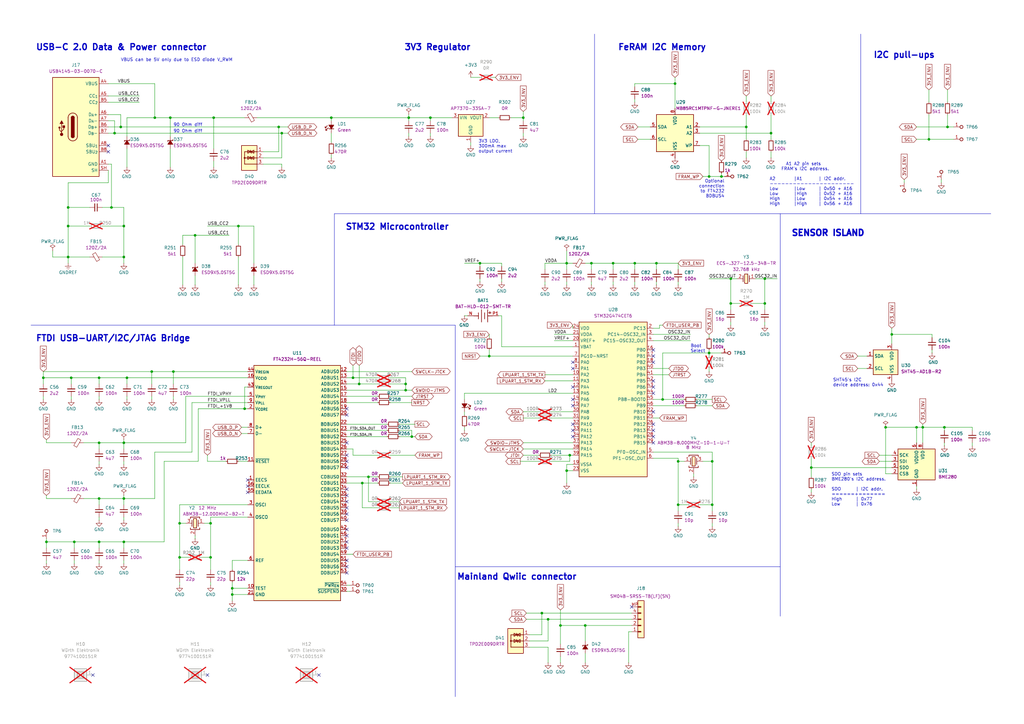
<source format=kicad_sch>
(kicad_sch (version 20230121) (generator eeschema)
  (paper "A3")
  (title_block (title "GPU Cluster Backplane") (date "2024-07-10") (rev "1.1.0") (company "Antmicro Ltd") (comment 1 "www.antmicro.com"))
  (junction (at 224.79 254))
  (junction (at 290.83 144.78))
  (junction (at 52.07 154.94))
  (junction (at 80.01 96.52))
  (junction (at 50.8 204.47))
  (junction (at 151.13 195.58))
  (junction (at 19.05 222.25))
  (junction (at 278.13 189.23))
  (junction (at 363.22 175.26))
  (junction (at 40.64 222.25))
  (junction (at 147.32 157.48))
  (junction (at 27.94 85.09))
  (junction (at 388.62 52.07))
  (junction (at 97.79 92.71))
  (junction (at 278.13 207.01))
  (junction (at 295.91 72.39))
  (junction (at 100.33 167.64))
  (junction (at 316.23 54.61))
  (junction (at 29.21 154.94))
  (junction (at 95.25 243.84))
  (junction (at 87.63 48.26))
  (junction (at 242.57 107.95))
  (junction (at 299.72 124.46))
  (junction (at 232.41 193.04))
  (junction (at 73.66 228.6))
  (junction (at 86.36 214.63))
  (junction (at 30.48 222.25))
  (junction (at 313.69 124.46))
  (junction (at 292.1 207.01))
  (junction (at 62.23 152.4))
  (junction (at 381 57.15))
  (junction (at 50.8 181.61))
  (junction (at 50.8 105.41))
  (junction (at 176.53 48.26))
  (junction (at 292.1 189.23))
  (junction (at 271.78 163.83))
  (junction (at 167.64 48.26))
  (junction (at 260.35 107.95))
  (junction (at 148.59 198.12))
  (junction (at 332.74 191.77))
  (junction (at 115.57 54.61))
  (junction (at 166.37 160.02))
  (junction (at 387.35 175.26))
  (junction (at 144.78 154.94))
  (junction (at 378.46 175.26))
  (junction (at 196.85 107.95))
  (junction (at 71.12 152.4))
  (junction (at 232.41 107.95))
  (junction (at 135.89 48.26))
  (junction (at 40.64 204.47))
  (junction (at 114.3 52.07))
  (junction (at 200.66 146.05))
  (junction (at 233.68 186.69))
  (junction (at 365.76 137.16))
  (junction (at 49.53 52.07))
  (junction (at 40.64 181.61))
  (junction (at 46.99 54.61))
  (junction (at 222.25 251.46))
  (junction (at 27.94 92.71))
  (junction (at 229.87 256.54))
  (junction (at 27.94 105.41))
  (junction (at 45.72 85.09))
  (junction (at 73.66 214.63))
  (junction (at 313.69 114.3))
  (junction (at 375.92 175.26))
  (junction (at 50.8 222.25))
  (junction (at 168.91 179.07))
  (junction (at 69.85 48.26))
  (junction (at 40.64 154.94))
  (junction (at 299.72 114.3))
  (junction (at 50.8 92.71))
  (junction (at 17.78 154.94))
  (junction (at 63.5 48.26))
  (junction (at 306.07 52.07))
  (junction (at 269.24 107.95))
  (junction (at 214.63 48.26))
  (junction (at 290.83 72.39))
  (junction (at 251.46 107.95))
  (junction (at 95.25 241.3))
  (junction (at 276.86 34.29))
  (junction (at 166.37 157.48))
  (junction (at 86.36 228.6))
  (junction (at 240.03 256.54))
  (no_connect (at 234.95 151.13))
  (no_connect (at 101.6 199.39))
  (no_connect (at 44.45 62.23))
  (no_connect (at 267.97 168.91))
  (no_connect (at 267.97 146.05))
  (no_connect (at 267.97 143.51))
  (no_connect (at 234.95 173.99))
  (no_connect (at 142.24 217.17))
  (no_connect (at 38.1 276.86))
  (no_connect (at 234.95 158.75))
  (no_connect (at 142.24 229.87))
  (no_connect (at 101.6 201.93))
  (no_connect (at 85.09 276.86))
  (no_connect (at 142.24 210.82))
  (no_connect (at 267.97 179.07))
  (no_connect (at 142.24 222.25))
  (no_connect (at 142.24 200.66))
  (no_connect (at 234.95 148.59))
  (no_connect (at 44.45 59.69))
  (no_connect (at 142.24 219.71))
  (no_connect (at 234.95 166.37))
  (no_connect (at 142.24 208.28))
  (no_connect (at 142.24 191.77))
  (no_connect (at 142.24 189.23))
  (no_connect (at 267.97 181.61))
  (no_connect (at 267.97 176.53))
  (no_connect (at 142.24 203.2))
  (no_connect (at 142.24 224.79))
  (no_connect (at 234.95 163.83))
  (no_connect (at 267.97 161.29))
  (no_connect (at 101.6 196.85))
  (no_connect (at 130.81 276.86))
  (no_connect (at 259.08 248.92))
  (no_connect (at 267.97 148.59))
  (no_connect (at 142.24 167.64))
  (no_connect (at 234.95 176.53))
  (no_connect (at 142.24 181.61))
  (no_connect (at 267.97 173.99))
  (no_connect (at 142.24 232.41))
  (no_connect (at 142.24 234.95))
  (no_connect (at 142.24 205.74))
  (no_connect (at 267.97 158.75))
  (no_connect (at 234.95 179.07))
  (no_connect (at 267.97 156.21))
  (no_connect (at 142.24 186.69))
  (no_connect (at 142.24 213.36))
  (no_connect (at 142.24 170.18))
  (wire (pts (xy 278.13 107.95) (xy 278.13 110.49)))
  (wire (pts (xy 285.75 166.37) (xy 292.1 166.37)))
  (wire (pts (xy 63.5 48.26) (xy 69.85 48.26)))
  (wire (pts (xy 229.87 256.54) (xy 240.03 256.54)))
  (wire (pts (xy 200.66 143.51) (xy 200.66 146.05)))
  (wire (pts (xy 63.5 185.42) (xy 78.74 185.42)))
  (wire (pts (xy 381 57.15) (xy 391.16 57.15)))
  (wire (pts (xy 278.13 207.01) (xy 281.94 207.01)))
  (wire (pts (xy 193.04 58.42) (xy 193.04 59.69)))
  (wire (pts (xy 49.53 46.99) (xy 44.45 46.99)))
  (wire (pts (xy 306.07 52.07) (xy 306.07 57.15)))
  (wire (pts (xy 290.83 151.13) (xy 290.83 152.4)))
  (wire (pts (xy 41.91 92.71) (xy 50.8 92.71)))
  (wire (pts (xy 40.64 222.25) (xy 40.64 224.79)))
  (wire (pts (xy 387.35 181.61) (xy 387.35 182.88)))
  (polyline (pts (xy 186.69 133.35) (xy 186.69 285.75)))
  (wire (pts (xy 19.05 181.61) (xy 19.05 180.34)))
  (wire (pts (xy 214.63 54.61) (xy 214.63 55.88)))
  (wire (pts (xy 381 41.91) (xy 381 36.83)))
  (wire (pts (xy 85.09 189.23) (xy 92.71 189.23)))
  (wire (pts (xy 167.64 54.61) (xy 167.64 55.88)))
  (polyline (pts (xy 137.16 87.63) (xy 406.4 87.63)))
  (wire (pts (xy 251.46 110.49) (xy 251.46 107.95)))
  (wire (pts (xy 135.89 54.61) (xy 135.89 58.42)))
  (wire (pts (xy 52.07 162.56) (xy 52.07 163.83)))
  (wire (pts (xy 306.07 46.99) (xy 306.07 52.07)))
  (wire (pts (xy 63.5 204.47) (xy 63.5 185.42)))
  (wire (pts (xy 278.13 207.01) (xy 278.13 209.55)))
  (wire (pts (xy 86.36 228.6) (xy 86.36 233.68)))
  (wire (pts (xy 142.24 162.56) (xy 154.94 162.56)))
  (wire (pts (xy 213.36 189.23) (xy 220.98 189.23)))
  (wire (pts (xy 95.25 229.87) (xy 95.25 233.68)))
  (wire (pts (xy 142.24 154.94) (xy 144.78 154.94)))
  (wire (pts (xy 227.33 137.16) (xy 234.95 137.16)))
  (wire (pts (xy 50.8 85.09) (xy 50.8 92.71)))
  (wire (pts (xy 160.02 162.56) (xy 168.91 162.56)))
  (wire (pts (xy 73.66 228.6) (xy 73.66 233.68)))
  (wire (pts (xy 267.97 171.45) (xy 270.51 171.45)))
  (wire (pts (xy 50.8 92.71) (xy 50.8 105.41)))
  (wire (pts (xy 217.17 260.35) (xy 222.25 260.35)))
  (wire (pts (xy 332.74 187.96) (xy 332.74 191.77)))
  (wire (pts (xy 196.85 146.05) (xy 200.66 146.05)))
  (wire (pts (xy 115.57 67.31) (xy 107.95 67.31)))
  (wire (pts (xy 232.41 115.57) (xy 232.41 116.84)))
  (wire (pts (xy 190.5 161.29) (xy 234.95 161.29)))
  (wire (pts (xy 50.8 222.25) (xy 67.31 222.25)))
  (wire (pts (xy 386.08 74.93) (xy 386.08 73.66)))
  (wire (pts (xy 290.83 144.78) (xy 290.83 146.05)))
  (wire (pts (xy 260.35 107.95) (xy 269.24 107.95)))
  (wire (pts (xy 224.79 265.43) (xy 217.17 265.43)))
  (wire (pts (xy 303.53 124.46) (xy 299.72 124.46)))
  (wire (pts (xy 85.09 189.23) (xy 85.09 186.69)))
  (wire (pts (xy 398.78 175.26) (xy 398.78 176.53)))
  (wire (pts (xy 50.8 204.47) (xy 50.8 207.01)))
  (wire (pts (xy 71.12 162.56) (xy 71.12 163.83)))
  (wire (pts (xy 381 46.99) (xy 381 57.15)))
  (polyline (pts (xy 353.06 13.97) (xy 353.06 87.63)))
  (wire (pts (xy 284.48 194.31) (xy 284.48 195.58)))
  (wire (pts (xy 299.72 132.08) (xy 299.72 133.35)))
  (wire (pts (xy 290.83 143.51) (xy 290.83 144.78)))
  (wire (pts (xy 82.55 228.6) (xy 86.36 228.6)))
  (wire (pts (xy 40.64 189.23) (xy 40.64 190.5)))
  (wire (pts (xy 292.1 185.42) (xy 292.1 189.23)))
  (wire (pts (xy 148.59 208.28) (xy 154.94 208.28)))
  (wire (pts (xy 95.25 238.76) (xy 95.25 241.3)))
  (wire (pts (xy 261.62 57.15) (xy 266.7 57.15)))
  (wire (pts (xy 387.35 175.26) (xy 387.35 176.53)))
  (wire (pts (xy 232.41 107.95) (xy 232.41 110.49)))
  (wire (pts (xy 160.02 186.69) (xy 170.18 186.69)))
  (wire (pts (xy 278.13 187.96) (xy 278.13 189.23)))
  (wire (pts (xy 378.46 173.99) (xy 378.46 175.26)))
  (wire (pts (xy 214.63 184.15) (xy 234.95 184.15)))
  (wire (pts (xy 313.69 124.46) (xy 313.69 127)))
  (wire (pts (xy 269.24 107.95) (xy 278.13 107.95)))
  (wire (pts (xy 299.72 114.3) (xy 299.72 124.46)))
  (wire (pts (xy 147.32 157.48) (xy 154.94 157.48)))
  (wire (pts (xy 232.41 102.87) (xy 232.41 107.95)))
  (wire (pts (xy 147.32 149.86) (xy 147.32 157.48)))
  (wire (pts (xy 142.24 165.1) (xy 154.94 165.1)))
  (wire (pts (xy 306.07 39.37) (xy 306.07 41.91)))
  (wire (pts (xy 292.1 189.23) (xy 292.1 207.01)))
  (wire (pts (xy 46.99 54.61) (xy 115.57 54.61)))
  (wire (pts (xy 19.05 181.61) (xy 29.21 181.61)))
  (polyline (pts (xy 186.69 232.41) (xy 320.04 232.41)))
  (wire (pts (xy 242.57 107.95) (xy 251.46 107.95)))
  (wire (pts (xy 142.24 173.99) (xy 158.75 173.99)))
  (wire (pts (xy 81.28 167.64) (xy 100.33 167.64)))
  (wire (pts (xy 135.89 49.53) (xy 135.89 48.26)))
  (wire (pts (xy 160.02 165.1) (xy 168.91 165.1)))
  (wire (pts (xy 375.92 175.26) (xy 375.92 181.61)))
  (wire (pts (xy 74.93 96.52) (xy 74.93 100.33)))
  (wire (pts (xy 40.64 181.61) (xy 50.8 181.61)))
  (wire (pts (xy 100.33 158.75) (xy 101.6 158.75)))
  (wire (pts (xy 97.79 92.71) (xy 97.79 100.33)))
  (wire (pts (xy 52.07 154.94) (xy 101.6 154.94)))
  (wire (pts (xy 160.02 205.74) (xy 163.83 205.74)))
  (wire (pts (xy 40.64 154.94) (xy 40.64 157.48)))
  (wire (pts (xy 101.6 207.01) (xy 73.66 207.01)))
  (wire (pts (xy 21.59 102.87) (xy 21.59 105.41)))
  (wire (pts (xy 270.51 133.35) (xy 270.51 134.62)))
  (wire (pts (xy 278.13 115.57) (xy 278.13 116.84)))
  (wire (pts (xy 251.46 107.95) (xy 260.35 107.95)))
  (wire (pts (xy 81.28 167.64) (xy 81.28 189.23)))
  (wire (pts (xy 200.66 137.16) (xy 200.66 138.43)))
  (wire (pts (xy 74.93 96.52) (xy 80.01 96.52)))
  (wire (pts (xy 17.78 154.94) (xy 17.78 157.48)))
  (wire (pts (xy 261.62 52.07) (xy 266.7 52.07)))
  (wire (pts (xy 29.21 154.94) (xy 40.64 154.94)))
  (wire (pts (xy 251.46 115.57) (xy 251.46 116.84)))
  (wire (pts (xy 233.68 189.23) (xy 233.68 186.69)))
  (wire (pts (xy 233.68 186.69) (xy 234.95 186.69)))
  (wire (pts (xy 115.57 68.58) (xy 115.57 67.31)))
  (wire (pts (xy 299.72 124.46) (xy 299.72 127)))
  (wire (pts (xy 114.3 52.07) (xy 118.11 52.07)))
  (wire (pts (xy 73.66 214.63) (xy 73.66 228.6)))
  (wire (pts (xy 163.83 173.99) (xy 170.18 173.99)))
  (wire (pts (xy 316.23 54.61) (xy 316.23 57.15)))
  (wire (pts (xy 19.05 222.25) (xy 19.05 224.79)))
  (wire (pts (xy 290.83 59.69) (xy 290.83 72.39)))
  (wire (pts (xy 271.78 144.78) (xy 290.83 144.78)))
  (wire (pts (xy 287.02 54.61) (xy 316.23 54.61)))
  (wire (pts (xy 224.79 271.78) (xy 224.79 265.43)))
  (wire (pts (xy 229.87 256.54) (xy 229.87 264.16)))
  (wire (pts (xy 95.25 241.3) (xy 95.25 243.84)))
  (wire (pts (xy 190.5 129.54) (xy 191.77 129.54)))
  (wire (pts (xy 100.33 167.64) (xy 100.33 158.75)))
  (wire (pts (xy 19.05 222.25) (xy 30.48 222.25)))
  (wire (pts (xy 313.69 114.3) (xy 318.77 114.3)))
  (wire (pts (xy 176.53 54.61) (xy 176.53 55.88)))
  (wire (pts (xy 332.74 191.77) (xy 365.76 191.77)))
  (wire (pts (xy 44.45 41.91) (xy 57.15 41.91)))
  (wire (pts (xy 144.78 154.94) (xy 154.94 154.94)))
  (wire (pts (xy 41.91 105.41) (xy 50.8 105.41)))
  (wire (pts (xy 267.97 166.37) (xy 280.67 166.37)))
  (wire (pts (xy 50.8 181.61) (xy 50.8 184.15)))
  (wire (pts (xy 34.29 181.61) (xy 40.64 181.61)))
  (polyline (pts (xy 12.7 133.35) (xy 137.16 133.35)))
  (wire (pts (xy 167.64 48.26) (xy 167.64 49.53)))
  (wire (pts (xy 29.21 154.94) (xy 29.21 157.48)))
  (wire (pts (xy 142.24 152.4) (xy 168.91 152.4)))
  (wire (pts (xy 190.5 176.53) (xy 190.5 175.26)))
  (wire (pts (xy 151.13 205.74) (xy 154.94 205.74)))
  (wire (pts (xy 151.13 205.74) (xy 151.13 195.58)))
  (wire (pts (xy 27.94 74.93) (xy 44.45 74.93)))
  (wire (pts (xy 375.92 175.26) (xy 363.22 175.26)))
  (wire (pts (xy 19.05 220.98) (xy 19.05 222.25)))
  (polyline (pts (xy 137.16 133.35) (xy 137.16 87.63)))
  (wire (pts (xy 142.24 157.48) (xy 147.32 157.48)))
  (wire (pts (xy 269.24 115.57) (xy 269.24 116.84)))
  (wire (pts (xy 167.64 46.99) (xy 167.64 48.26)))
  (wire (pts (xy 274.32 151.13) (xy 267.97 151.13)))
  (wire (pts (xy 190.5 168.91) (xy 190.5 170.18)))
  (wire (pts (xy 101.6 167.64) (xy 100.33 167.64)))
  (wire (pts (xy 215.9 254) (xy 224.79 254)))
  (wire (pts (xy 148.59 198.12) (xy 154.94 198.12)))
  (wire (pts (xy 69.85 60.96) (xy 69.85 68.58)))
  (wire (pts (xy 76.2 162.56) (xy 101.6 162.56)))
  (wire (pts (xy 62.23 162.56) (xy 62.23 163.83)))
  (wire (pts (xy 30.48 229.87) (xy 30.48 231.14)))
  (wire (pts (xy 86.36 214.63) (xy 86.36 228.6)))
  (wire (pts (xy 217.17 262.89) (xy 224.79 262.89)))
  (wire (pts (xy 193.04 31.75) (xy 196.85 31.75)))
  (wire (pts (xy 135.89 63.5) (xy 135.89 64.77)))
  (wire (pts (xy 160.02 195.58) (xy 165.1 195.58)))
  (wire (pts (xy 378.46 175.26) (xy 387.35 175.26)))
  (wire (pts (xy 278.13 189.23) (xy 280.67 189.23)))
  (wire (pts (xy 97.79 189.23) (xy 101.6 189.23)))
  (wire (pts (xy 29.21 162.56) (xy 29.21 163.83)))
  (wire (pts (xy 95.25 241.3) (xy 101.6 241.3)))
  (wire (pts (xy 160.02 198.12) (xy 165.1 198.12)))
  (wire (pts (xy 234.95 190.5) (xy 232.41 190.5)))
  (wire (pts (xy 316.23 62.23) (xy 316.23 64.77)))
  (wire (pts (xy 50.8 204.47) (xy 63.5 204.47)))
  (wire (pts (xy 69.85 48.26) (xy 69.85 55.88)))
  (wire (pts (xy 271.78 163.83) (xy 280.67 163.83)))
  (wire (pts (xy 52.07 154.94) (xy 52.07 157.48)))
  (wire (pts (xy 44.45 52.07) (xy 49.53 52.07)))
  (wire (pts (xy 40.64 204.47) (xy 40.64 207.01)))
  (wire (pts (xy 223.52 156.21) (xy 234.95 156.21)))
  (polyline (pts (xy 320.04 252.73) (xy 320.04 87.63)))
  (wire (pts (xy 81.28 189.23) (xy 67.31 189.23)))
  (wire (pts (xy 50.8 212.09) (xy 50.8 213.36)))
  (wire (pts (xy 270.51 134.62) (xy 267.97 134.62)))
  (wire (pts (xy 27.94 92.71) (xy 27.94 105.41)))
  (wire (pts (xy 71.12 152.4) (xy 101.6 152.4)))
  (wire (pts (xy 73.66 214.63) (xy 76.2 214.63)))
  (wire (pts (xy 290.83 144.78) (xy 295.91 144.78)))
  (wire (pts (xy 223.52 153.67) (xy 234.95 153.67)))
  (wire (pts (xy 234.95 133.35) (xy 234.95 134.62)))
  (wire (pts (xy 160.02 208.28) (xy 163.83 208.28)))
  (wire (pts (xy 292.1 214.63) (xy 292.1 215.9)))
  (wire (pts (xy 62.23 152.4) (xy 62.23 157.48)))
  (wire (pts (xy 176.53 48.26) (xy 176.53 49.53)))
  (wire (pts (xy 67.31 189.23) (xy 67.31 222.25)))
  (wire (pts (xy 30.48 222.25) (xy 40.64 222.25)))
  (wire (pts (xy 19.05 204.47) (xy 19.05 203.2)))
  (wire (pts (xy 278.13 189.23) (xy 278.13 207.01)))
  (wire (pts (xy 45.72 67.31) (xy 44.45 67.31)))
  (wire (pts (xy 267.97 137.16) (xy 283.21 137.16)))
  (wire (pts (xy 142.24 195.58) (xy 151.13 195.58)))
  (wire (pts (xy 267.97 185.42) (xy 292.1 185.42)))
  (wire (pts (xy 99.06 175.26) (xy 101.6 175.26)))
  (wire (pts (xy 115.57 54.61) (xy 118.11 54.61)))
  (wire (pts (xy 205.74 129.54) (xy 204.47 129.54)))
  (wire (pts (xy 40.64 162.56) (xy 40.64 163.83)))
  (wire (pts (xy 44.45 54.61) (xy 46.99 54.61)))
  (wire (pts (xy 87.63 66.04) (xy 87.63 68.58)))
  (wire (pts (xy 44.45 69.85) (xy 44.45 74.93)))
  (wire (pts (xy 269.24 107.95) (xy 269.24 110.49)))
  (wire (pts (xy 378.46 175.26) (xy 378.46 181.61)))
  (wire (pts (xy 104.14 113.03) (xy 104.14 116.84)))
  (wire (pts (xy 332.74 191.77) (xy 332.74 195.58)))
  (wire (pts (xy 240.03 256.54) (xy 240.03 262.89)))
  (wire (pts (xy 306.07 62.23) (xy 306.07 64.77)))
  (wire (pts (xy 80.01 96.52) (xy 93.98 96.52)))
  (wire (pts (xy 78.74 185.42) (xy 78.74 165.1)))
  (wire (pts (xy 76.2 181.61) (xy 50.8 181.61)))
  (wire (pts (xy 50.8 180.34) (xy 50.8 181.61)))
  (wire (pts (xy 375.92 199.39) (xy 375.92 200.66)))
  (wire (pts (xy 142.24 176.53) (xy 158.75 176.53)))
  (wire (pts (xy 290.83 72.39) (xy 295.91 72.39)))
  (wire (pts (xy 226.06 168.91) (xy 234.95 168.91)))
  (wire (pts (xy 160.02 154.94) (xy 166.37 154.94)))
  (wire (pts (xy 363.22 194.31) (xy 365.76 194.31)))
  (wire (pts (xy 30.48 222.25) (xy 30.48 224.79)))
  (wire (pts (xy 295.91 71.12) (xy 295.91 72.39)))
  (wire (pts (xy 224.79 262.89) (xy 224.79 254)))
  (wire (pts (xy 226.06 171.45) (xy 234.95 171.45)))
  (wire (pts (xy 17.78 152.4) (xy 62.23 152.4)))
  (wire (pts (xy 271.78 163.83) (xy 267.97 163.83)))
  (wire (pts (xy 86.36 238.76) (xy 86.36 240.03)))
  (wire (pts (xy 388.62 41.91) (xy 388.62 36.83)))
  (wire (pts (xy 270.51 133.35) (xy 271.78 133.35)))
  (wire (pts (xy 203.2 31.75) (xy 201.93 31.75)))
  (wire (pts (xy 86.36 212.09) (xy 86.36 214.63)))
  (wire (pts (xy 50.8 105.41) (xy 50.8 107.95)))
  (wire (pts (xy 163.83 176.53) (xy 168.91 176.53)))
  (wire (pts (xy 45.72 67.31) (xy 45.72 85.09)))
  (wire (pts (xy 73.66 228.6) (xy 77.47 228.6)))
  (wire (pts (xy 40.64 154.94) (xy 52.07 154.94)))
  (wire (pts (xy 27.94 92.71) (xy 36.83 92.71)))
  (wire (pts (xy 142.24 227.33) (xy 144.78 227.33)))
  (wire (pts (xy 40.64 204.47) (xy 50.8 204.47)))
  (wire (pts (xy 209.55 48.26) (xy 214.63 48.26)))
  (wire (pts (xy 107.95 62.23) (xy 114.3 62.23)))
  (wire (pts (xy 168.91 179.07) (xy 170.18 179.07)))
  (wire (pts (xy 49.53 52.07) (xy 49.53 46.99)))
  (wire (pts (xy 287.02 207.01) (xy 292.1 207.01)))
  (wire (pts (xy 232.41 193.04) (xy 234.95 193.04)))
  (wire (pts (xy 176.53 48.26) (xy 185.42 48.26)))
  (wire (pts (xy 27.94 105.41) (xy 27.94 107.95)))
  (wire (pts (xy 95.25 243.84) (xy 101.6 243.84)))
  (wire (pts (xy 226.06 186.69) (xy 233.68 186.69)))
  (wire (pts (xy 375.92 52.07) (xy 388.62 52.07)))
  (wire (pts (xy 190.5 161.29) (xy 190.5 163.83)))
  (wire (pts (xy 34.29 204.47) (xy 40.64 204.47)))
  (wire (pts (xy 398.78 181.61) (xy 398.78 182.88)))
  (wire (pts (xy 80.01 96.52) (xy 80.01 107.95)))
  (wire (pts (xy 214.63 171.45) (xy 220.98 171.45)))
  (wire (pts (xy 99.06 177.8) (xy 101.6 177.8)))
  (wire (pts (xy 63.5 34.29) (xy 63.5 48.26)))
  (wire (pts (xy 41.91 85.09) (xy 45.72 85.09)))
  (wire (pts (xy 196.85 107.95) (xy 196.85 109.22)))
  (wire (pts (xy 382.27 143.51) (xy 382.27 144.78)))
  (wire (pts (xy 257.81 259.08) (xy 257.81 271.78)))
  (wire (pts (xy 365.76 134.62) (xy 365.76 137.16)))
  (wire (pts (xy 214.63 168.91) (xy 220.98 168.91)))
  (wire (pts (xy 50.8 222.25) (xy 50.8 224.79)))
  (wire (pts (xy 27.94 85.09) (xy 36.83 85.09)))
  (wire (pts (xy 27.94 74.93) (xy 27.94 85.09)))
  (wire (pts (xy 278.13 214.63) (xy 278.13 215.9)))
  (wire (pts (xy 80.01 219.71) (xy 80.01 220.98)))
  (wire (pts (xy 240.03 107.95) (xy 242.57 107.95)))
  (wire (pts (xy 274.32 153.67) (xy 267.97 153.67)))
  (wire (pts (xy 46.99 49.53) (xy 44.45 49.53)))
  (wire (pts (xy 370.84 73.66) (xy 370.84 74.93)))
  (polyline (pts (xy 243.84 13.97) (xy 243.84 87.63)))
  (wire (pts (xy 40.64 181.61) (xy 40.64 184.15)))
  (wire (pts (xy 287.02 52.07) (xy 306.07 52.07)))
  (wire (pts (xy 297.18 72.39) (xy 295.91 72.39)))
  (wire (pts (xy 214.63 45.72) (xy 214.63 48.26)))
  (wire (pts (xy 229.87 269.24) (xy 229.87 271.78)))
  (wire (pts (xy 166.37 154.94) (xy 166.37 157.48)))
  (wire (pts (xy 224.79 254) (xy 259.08 254)))
  (wire (pts (xy 167.64 48.26) (xy 176.53 48.26)))
  (wire (pts (xy 288.29 72.39) (xy 290.83 72.39)))
  (wire (pts (xy 200.66 146.05) (xy 234.95 146.05)))
  (wire (pts (xy 50.8 229.87) (xy 50.8 231.14)))
  (wire (pts (xy 226.06 189.23) (xy 233.68 189.23)))
  (wire (pts (xy 44.45 34.29) (xy 63.5 34.29)))
  (wire (pts (xy 222.25 251.46) (xy 222.25 260.35)))
  (wire (pts (xy 387.35 175.26) (xy 398.78 175.26)))
  (wire (pts (xy 214.63 186.69) (xy 220.98 186.69)))
  (wire (pts (xy 46.99 54.61) (xy 46.99 49.53)))
  (wire (pts (xy 276.86 34.29) (xy 276.86 44.45)))
  (wire (pts (xy 240.03 256.54) (xy 259.08 256.54)))
  (wire (pts (xy 205.74 114.3) (xy 205.74 115.57)))
  (wire (pts (xy 292.1 207.01) (xy 292.1 209.55)))
  (wire (pts (xy 142.24 160.02) (xy 166.37 160.02)))
  (wire (pts (xy 62.23 152.4) (xy 71.12 152.4)))
  (wire (pts (xy 215.9 251.46) (xy 222.25 251.46)))
  (wire (pts (xy 205.74 142.24) (xy 205.74 129.54)))
  (wire (pts (xy 144.78 186.69) (xy 154.94 186.69)))
  (wire (pts (xy 114.3 52.07) (xy 114.3 62.23)))
  (wire (pts (xy 104.14 107.95) (xy 104.14 92.71)))
  (wire (pts (xy 290.83 114.3) (xy 299.72 114.3)))
  (wire (pts (xy 27.94 105.41) (xy 36.83 105.41)))
  (wire (pts (xy 351.79 146.05) (xy 355.6 146.05)))
  (wire (pts (xy 313.69 114.3) (xy 309.88 114.3)))
  (wire (pts (xy 232.41 107.95) (xy 223.52 107.95)))
  (wire (pts (xy 285.75 163.83) (xy 292.1 163.83)))
  (wire (pts (xy 229.87 250.19) (xy 229.87 256.54)))
  (wire (pts (xy 290.83 137.16) (xy 290.83 138.43)))
  (wire (pts (xy 80.01 113.03) (xy 80.01 116.84)))
  (wire (pts (xy 316.23 46.99) (xy 316.23 54.61)))
  (wire (pts (xy 148.59 208.28) (xy 148.59 198.12)))
  (wire (pts (xy 232.41 193.04) (xy 232.41 198.12)))
  (wire (pts (xy 166.37 157.48) (xy 166.37 160.02)))
  (wire (pts (xy 17.78 152.4) (xy 17.78 154.94)))
  (wire (pts (xy 388.62 46.99) (xy 388.62 52.07)))
  (wire (pts (xy 45.72 85.09) (xy 50.8 85.09)))
  (wire (pts (xy 87.63 48.26) (xy 87.63 60.96)))
  (wire (pts (xy 76.2 162.56) (xy 76.2 181.61)))
  (wire (pts (xy 240.03 267.97) (xy 240.03 271.78)))
  (wire (pts (xy 332.74 200.66) (xy 332.74 201.93)))
  (wire (pts (xy 360.68 186.69) (xy 365.76 186.69)))
  (wire (pts (xy 260.35 34.29) (xy 276.86 34.29)))
  (wire (pts (xy 196.85 114.3) (xy 196.85 115.57)))
  (wire (pts (xy 375.92 57.15) (xy 381 57.15)))
  (wire (pts (xy 232.41 190.5) (xy 232.41 193.04)))
  (wire (pts (xy 227.33 139.7) (xy 234.95 139.7)))
  (wire (pts (xy 365.76 137.16) (xy 365.76 140.97)))
  (wire (pts (xy 101.6 165.1) (xy 78.74 165.1)))
  (wire (pts (xy 190.5 107.95) (xy 196.85 107.95)))
  (wire (pts (xy 87.63 48.26) (xy 100.33 48.26)))
  (wire (pts (xy 313.69 132.08) (xy 313.69 133.35)))
  (wire (pts (xy 288.29 189.23) (xy 292.1 189.23)))
  (wire (pts (xy 196.85 107.95) (xy 205.74 107.95)))
  (wire (pts (xy 21.59 105.41) (xy 27.94 105.41)))
  (wire (pts (xy 242.57 107.95) (xy 242.57 110.49)))
  (wire (pts (xy 260.35 115.57) (xy 260.35 116.84)))
  (polyline (pts (xy 137.16 133.35) (xy 186.69 133.35)))
  (wire (pts (xy 142.24 179.07) (xy 158.75 179.07)))
  (wire (pts (xy 259.08 259.08) (xy 257.81 259.08)))
  (wire (pts (xy 50.8 203.2) (xy 50.8 204.47)))
  (wire (pts (xy 17.78 162.56) (xy 17.78 163.83)))
  (wire (pts (xy 214.63 181.61) (xy 234.95 181.61)))
  (wire (pts (xy 351.79 151.13) (xy 355.6 151.13)))
  (wire (pts (xy 115.57 64.77) (xy 115.57 54.61)))
  (wire (pts (xy 86.36 212.09) (xy 101.6 212.09)))
  (wire (pts (xy 49.53 52.07) (xy 114.3 52.07)))
  (wire (pts (xy 52.07 55.88) (xy 52.07 48.26)))
  (wire (pts (xy 50.8 189.23) (xy 50.8 190.5)))
  (wire (pts (xy 17.78 154.94) (xy 29.21 154.94)))
  (wire (pts (xy 135.89 48.26) (xy 167.64 48.26)))
  (wire (pts (xy 242.57 115.57) (xy 242.57 116.84)))
  (wire (pts (xy 97.79 92.71) (xy 104.14 92.71)))
  (wire (pts (xy 332.74 181.61) (xy 332.74 182.88)))
  (wire (pts (xy 40.64 212.09) (xy 40.64 213.36)))
  (wire (pts (xy 19.05 204.47) (xy 29.21 204.47)))
  (wire (pts (xy 260.35 40.64) (xy 260.35 41.91)))
  (wire (pts (xy 69.85 48.26) (xy 87.63 48.26)))
  (wire (pts (xy 276.86 31.75) (xy 276.86 34.29)))
  (wire (pts (xy 73.66 207.01) (xy 73.66 214.63)))
  (wire (pts (xy 144.78 149.86) (xy 144.78 154.94)))
  (wire (pts (xy 363.22 175.26) (xy 363.22 194.31)))
  (wire (pts (xy 313.69 124.46) (xy 308.61 124.46)))
  (wire (pts (xy 105.41 48.26) (xy 135.89 48.26)))
  (wire (pts (xy 313.69 114.3) (xy 313.69 124.46)))
  (wire (pts (xy 52.07 60.96) (xy 52.07 68.58)))
  (wire (pts (xy 19.05 229.87) (xy 19.05 231.14)))
  (wire (pts (xy 160.02 157.48) (xy 166.37 157.48)))
  (wire (pts (xy 382.27 137.16) (xy 382.27 138.43)))
  (wire (pts (xy 44.45 39.37) (xy 57.15 39.37)))
  (wire (pts (xy 360.68 189.23) (xy 365.76 189.23)))
  (wire (pts (xy 40.64 229.87) (xy 40.64 231.14)))
  (wire (pts (xy 365.76 137.16) (xy 382.27 137.16)))
  (wire (pts (xy 388.62 52.07) (xy 391.16 52.07)))
  (wire (pts (xy 83.82 214.63) (xy 86.36 214.63)))
  (wire (pts (xy 52.07 48.26) (xy 63.5 48.26)))
  (wire (pts (xy 260.35 107.95) (xy 260.35 110.49)))
  (wire (pts (xy 223.52 115.57) (xy 223.52 116.84)))
  (wire (pts (xy 27.94 85.09) (xy 27.94 92.71)))
  (wire (pts (xy 287.02 59.69) (xy 290.83 59.69)))
  (wire (pts (xy 166.37 160.02) (xy 168.91 160.02)))
  (wire (pts (xy 142.24 198.12) (xy 148.59 198.12)))
  (wire (pts (xy 168.91 176.53) (xy 168.91 179.07)))
  (wire (pts (xy 107.95 64.77) (xy 115.57 64.77)))
  (wire (pts (xy 214.63 48.26) (xy 214.63 49.53)))
  (wire (pts (xy 316.23 39.37) (xy 316.23 41.91)))
  (wire (pts (xy 142.24 240.03) (xy 143.51 240.03)))
  (wire (pts (xy 200.66 48.26) (xy 204.47 48.26)))
  (wire (pts (xy 71.12 152.4) (xy 71.12 157.48)))
  (wire (pts (xy 302.26 114.3) (xy 299.72 114.3)))
  (wire (pts (xy 85.09 92.71) (xy 97.79 92.71)))
  (wire (pts (xy 267.97 139.7) (xy 283.21 139.7)))
  (wire (pts (xy 205.74 107.95) (xy 205.74 109.22)))
  (wire (pts (xy 163.83 179.07) (xy 168.91 179.07)))
  (wire (pts (xy 101.6 229.87) (xy 95.25 229.87)))
  (wire (pts (xy 95.25 243.84) (xy 95.25 246.38)))
  (wire (pts (xy 267.97 187.96) (xy 278.13 187.96)))
  (wire (pts (xy 144.78 184.15) (xy 142.24 184.15)))
  (wire (pts (xy 144.78 186.69) (xy 144.78 184.15)))
  (wire (pts (xy 205.74 142.24) (xy 234.95 142.24)))
  (wire (pts (xy 40.64 222.25) (xy 50.8 222.25)))
  (wire (pts (xy 223.52 107.95) (xy 223.52 110.49)))
  (wire (pts (xy 97.79 105.41) (xy 97.79 116.84)))
  (wire (pts (xy 375.92 175.26) (xy 378.46 175.26)))
  (wire (pts (xy 271.78 163.83) (xy 271.78 144.78)))
  (wire (pts (xy 142.24 242.57) (xy 143.51 242.57)))
  (wire (pts (xy 222.25 251.46) (xy 259.08 251.46)))
  (wire (pts (xy 74.93 105.41) (xy 74.93 116.84)))
  (wire (pts (xy 232.41 107.95) (xy 234.95 107.95)))
  (wire (pts (xy 151.13 195.58) (xy 154.94 195.58)))
  (wire (pts (xy 260.35 35.56) (xy 260.35 34.29)))
  (wire (pts (xy 73.66 238.76) (xy 73.66 240.03)))
  (text "I2C pull-ups" (at 358.14 24.13 0) (effects (font (size 2.5 2.5) (thickness 0.5) bold) (justify left bottom)))
  (text "SDO pin sets \nBME280's I2C address.\n\nSDO		| I2C addr.\n======+=======\nHigh	| 0x77\nLow		| 0x76" (at 340.995 207.645 0) (effects (font (size 1.27 1.27)) (justify left bottom)))
  (text "SENSOR ISLAND" (at 324.485 97.155 0) (effects (font (size 2.5 2.5) (thickness 0.6) bold) (justify left bottom)))
  (text "90 Ohm diff" (at 71.12 52.07 0) (effects (font (size 1.27 1.27)) (justify left bottom)))
  (text "3V3 LDO,\n300mA max \noutput current" (at 196.215 62.865 0) (effects (font (size 1.27 1.27)) (justify left bottom)))
  (text "	  A1 A2 pin sets \n	FRAM's I2C address.\n\nA2  	|A1  	| I2C addr.\n----------------------\nLow		|Low 	| 0x50 + A16\nLow		|High	| 0x52 + A16\nHigh	|Low 	| 0x54 + A16\nHigh	|High	| 0x56 + A16" (at 315.595 84.455 0) (effects (font (size 1.27 1.27)) (justify left bottom)))
  (text "3V3 Regulator" (at 165.735 20.955 0) (effects (font (size 2.5 2.5) (thickness 0.5) bold) (justify left bottom)))
  (text "FeRAM I2C Memory" (at 253.365 20.955 0) (effects (font (size 2.5 2.5) (thickness 0.5) bold) (justify left bottom)))
  (text "FTDI USB-UART/I2C/JTAG Bridge" (at 14.605 140.335 0) (effects (font (size 2.5 2.5) (thickness 0.5) bold) (justify left bottom)))
  (text "Mainland Qwiic connector" (at 187.325 238.125 0) (effects (font (size 2.5 2.5) (thickness 0.5) bold) (justify left bottom)))
  (text "90 Ohm diff" (at 71.12 54.61 0) (effects (font (size 1.27 1.27)) (justify left bottom)))
  (text "STM32 Microcontroller" (at 141.605 94.615 0) (effects (font (size 2.5 2.5) (thickness 0.5) bold) (justify left bottom)))
  (text "USB-C 2.0 Data & Power connector" (at 14.605 20.955 0) (effects (font (size 2.5 2.5) (thickness 0.5) bold) (justify left bottom)))
  (text "Boot\nSelect" (at 283.21 144.78 0) (effects (font (size 1.27 1.27)) (justify left bottom)))
  (text "Optional\nconnection\nto FT4232\nBDBUS4" (at 297.18 81.28 0) (effects (font (size 1.27 1.27)) (justify right bottom)))
  (text "SHT45's I2C \ndevice address: 0x44" (at 341.63 158.75 0) (effects (font (size 1.27 1.27)) (justify left bottom)))
  (text "VBUS can be 5V only due to ESD diode V_RWM" (at 49.53 25.4 0) (effects (font (size 1.27 1.27)) (justify left bottom)))
  (label "OSC32_OUT" (at 283.21 139.7 180))
  (label "FTDI_VPLL" (at 85.09 165.1 0))
  (label "OSC32_IN" (at 283.21 137.16 180))
  (label "USB_CC2" (at 57.15 41.91 180))
  (label "VREF+" (at 227.33 139.7 0))
  (label "USB_CC2" (at 85.09 92.71 0))
  (label "VDDA" (at 227.33 137.16 0))
  (label "FTDI_+1V8" (at 85.09 167.64 0))
  (label "VREF+" (at 190.5 107.95 0))
  (label "VBUS" (at 48.26 34.29 0))
  (label "USB_CC1" (at 57.15 39.37 180))
  (label "OSC32_IN" (at 318.77 114.3 180))
  (label "FTDI_SDA_IN" (at 143.51 179.07 0) (effects (font (size 1 1))))
  (label "LD2" (at 224.79 161.29 0))
  (label "FTDI_VPHY" (at 85.09 162.56 0))
  (label "FTDI_SDA_OUT" (at 143.51 176.53 0) (effects (font (size 1 1))))
  (label "USB_CC1" (at 93.98 96.52 180))
  (label "OSC32_OUT" (at 290.83 114.3 0))
  (label "VDDA" (at 223.52 107.95 0))
  (global_label "SWCLK-JTCK" (shape bidirectional) (at 214.63 184.15 180) (property "Intersheetrefs" "${INTERSHEET_REFS}" (effects hide)))
  (global_label "3V3_ENV" (shape input) (at 316.23 39.37 90) (property "Intersheetrefs" "${INTERSHEET_REFS}" (effects hide)))
  (global_label "FTDI_USER_PB" (shape input) (at 271.78 133.35 0) (property "Intersheetrefs" "${INTERSHEET_REFS}" (effects hide)))
  (global_label "3V3_ENV" (shape input) (at 388.62 36.83 90) (property "Intersheetrefs" "${INTERSHEET_REFS}" (effects hide)))
  (global_label "NRST" (shape output) (at 168.91 165.1 0) (property "Intersheetrefs" "${INTERSHEET_REFS}" (effects hide)))
  (global_label "SCL" (shape output) (at 170.18 173.99 0) (property "Intersheetrefs" "${INTERSHEET_REFS}" (effects hide)))
  (global_label "SWCLK-JTCK" (shape bidirectional) (at 168.91 152.4 0) (property "Intersheetrefs" "${INTERSHEET_REFS}" (effects hide)))
  (global_label "3V3_ENV" (shape input) (at 278.13 107.95 0) (property "Intersheetrefs" "${INTERSHEET_REFS}" (effects hide)))
  (global_label "NRST" (shape input) (at 196.85 146.05 180) (property "Intersheetrefs" "${INTERSHEET_REFS}" (effects hide)))
  (global_label "3V3_ENV" (shape input) (at 378.46 173.99 90) (property "Intersheetrefs" "${INTERSHEET_REFS}" (effects hide)))
  (global_label "FTDI_USER_PB" (shape input) (at 144.78 227.33 0) (property "Intersheetrefs" "${INTERSHEET_REFS}" (effects hide)))
  (global_label "JTRST" (shape bidirectional) (at 274.32 153.67 0) (property "Intersheetrefs" "${INTERSHEET_REFS}" (effects hide)))
  (global_label "3V3_ENV" (shape input) (at 229.87 250.19 90) (property "Intersheetrefs" "${INTERSHEET_REFS}" (effects hide)))
  (global_label "3V3_ENV" (shape input) (at 365.76 134.62 90) (property "Intersheetrefs" "${INTERSHEET_REFS}" (effects hide)))
  (global_label "3V3_ENV" (shape input) (at 306.07 39.37 90) (property "Intersheetrefs" "${INTERSHEET_REFS}" (effects hide)))
  (global_label "SCL" (shape output) (at 214.63 171.45 180) (property "Intersheetrefs" "${INTERSHEET_REFS}" (effects hide)))
  (global_label "3V3_ENV" (shape input) (at 85.09 186.69 90) (property "Intersheetrefs" "${INTERSHEET_REFS}" (effects hide)))
  (global_label "LPUART_1_STM_TX" (shape input) (at 165.1 198.12 0) (property "Intersheetrefs" "${INTERSHEET_REFS}" (effects hide)))
  (global_label "SDA" (shape bidirectional) (at 215.9 254 180) (property "Intersheetrefs" "${INTERSHEET_REFS}" (effects hide)))
  (global_label "SCL" (shape input) (at 351.79 151.13 180) (property "Intersheetrefs" "${INTERSHEET_REFS}" (effects hide)))
  (global_label "SDA" (shape bidirectional) (at 292.1 166.37 0) (property "Intersheetrefs" "${INTERSHEET_REFS}" (effects hide)))
  (global_label "USB_D_P" (shape bidirectional) (at 99.06 175.26 180) (property "Intersheetrefs" "${INTERSHEET_REFS}" (effects hide)))
  (global_label "3V3_ENV" (shape input) (at 19.05 180.34 90) (property "Intersheetrefs" "${INTERSHEET_REFS}" (effects hide)))
  (global_label "SCL" (shape output) (at 213.36 189.23 180) (property "Intersheetrefs" "${INTERSHEET_REFS}" (effects hide)))
  (global_label "3V3_ENV" (shape input) (at 370.84 73.66 90) (property "Intersheetrefs" "${INTERSHEET_REFS}" (effects hide)))
  (global_label "3V3_ENV" (shape input) (at 276.86 31.75 90) (property "Intersheetrefs" "${INTERSHEET_REFS}" (effects hide)))
  (global_label "LPUART_1_STM_TX" (shape output) (at 223.52 153.67 180) (property "Intersheetrefs" "${INTERSHEET_REFS}" (effects hide)))
  (global_label "LPUART_1_STM_RX" (shape input) (at 223.52 156.21 180) (property "Intersheetrefs" "${INTERSHEET_REFS}" (effects hide)))
  (global_label "3V3_ENV" (shape input) (at 381 36.83 90) (property "Intersheetrefs" "${INTERSHEET_REFS}" (effects hide)))
  (global_label "SDA" (shape bidirectional) (at 261.62 52.07 180) (property "Intersheetrefs" "${INTERSHEET_REFS}" (effects hide)))
  (global_label "3V3_ENV" (shape input) (at 19.05 203.2 90) (property "Intersheetrefs" "${INTERSHEET_REFS}" (effects hide)))
  (global_label "SCL" (shape input) (at 375.92 57.15 180) (property "Intersheetrefs" "${INTERSHEET_REFS}" (effects hide)))
  (global_label "3V3_ENV" (shape input) (at 17.78 152.4 90) (property "Intersheetrefs" "${INTERSHEET_REFS}" (effects hide)))
  (global_label "SCL" (shape output) (at 292.1 163.83 0) (property "Intersheetrefs" "${INTERSHEET_REFS}" (effects hide)))
  (global_label "3V3_ENV" (shape input) (at 234.95 133.35 180) (property "Intersheetrefs" "${INTERSHEET_REFS}" (effects hide)))
  (global_label "SWDIO-JTMS" (shape bidirectional) (at 168.91 160.02 0) (property "Intersheetrefs" "${INTERSHEET_REFS}" (effects hide)))
  (global_label "SDA" (shape bidirectional) (at 351.79 146.05 180) (property "Intersheetrefs" "${INTERSHEET_REFS}" (effects hide)))
  (global_label "USB_D_N" (shape bidirectional) (at 99.06 177.8 180) (property "Intersheetrefs" "${INTERSHEET_REFS}" (effects hide)))
  (global_label "FRAM_WP" (shape input) (at 170.18 186.69 0) (property "Intersheetrefs" "${INTERSHEET_REFS}" (effects hide)))
  (global_label "USB_D_P" (shape bidirectional) (at 118.11 52.07 0) (property "Intersheetrefs" "${INTERSHEET_REFS}" (effects hide)))
  (global_label "JTDO" (shape bidirectional) (at 274.32 151.13 0) (property "Intersheetrefs" "${INTERSHEET_REFS}" (effects hide)))
  (global_label "SDA" (shape bidirectional) (at 375.92 52.07 180) (property "Intersheetrefs" "${INTERSHEET_REFS}" (effects hide)))
  (global_label "LPUART_1_STM_RX" (shape output) (at 165.1 195.58 0) (property "Intersheetrefs" "${INTERSHEET_REFS}" (effects hide)))
  (global_label "LPUART_1_STM_RX" (shape output) (at 163.83 208.28 0) (property "Intersheetrefs" "${INTERSHEET_REFS}" (effects hide)))
  (global_label "JTDO" (shape bidirectional) (at 147.32 149.86 90) (property "Intersheetrefs" "${INTERSHEET_REFS}" (effects hide)))
  (global_label "SWDIO-JTMS" (shape bidirectional) (at 214.63 181.61 180) (property "Intersheetrefs" "${INTERSHEET_REFS}" (effects hide)))
  (global_label "SCL" (shape input) (at 215.9 251.46 180) (property "Intersheetrefs" "${INTERSHEET_REFS}" (effects hide)))
  (global_label "3V3_ENV" (shape input) (at 295.91 66.04 90) (property "Intersheetrefs" "${INTERSHEET_REFS}" (effects hide)))
  (global_label "3V3_ENV" (shape input) (at 203.2 31.75 0) (property "Intersheetrefs" "${INTERSHEET_REFS}" (effects hide)))
  (global_label "3V3_ENV" (shape input) (at 290.83 137.16 90) (property "Intersheetrefs" "${INTERSHEET_REFS}" (effects hide)))
  (global_label "3V3_ENV" (shape input) (at 332.74 181.61 90) (property "Intersheetrefs" "${INTERSHEET_REFS}" (effects hide)))
  (global_label "FRAM_WP" (shape input) (at 270.51 171.45 0) (property "Intersheetrefs" "${INTERSHEET_REFS}" (effects hide)))
  (global_label "FRAM_WP" (shape input) (at 288.29 72.39 180) (property "Intersheetrefs" "${INTERSHEET_REFS}" (effects hide)))
  (global_label "JTDI" (shape bidirectional) (at 144.78 149.86 90) (property "Intersheetrefs" "${INTERSHEET_REFS}" (effects hide)))
  (global_label "3V3_ENV" (shape input) (at 200.66 137.16 180) (property "Intersheetrefs" "${INTERSHEET_REFS}" (effects hide)))
  (global_label "SCL" (shape input) (at 261.62 57.15 180) (property "Intersheetrefs" "${INTERSHEET_REFS}" (effects hide)))
  (global_label "SDA" (shape bidirectional) (at 214.63 168.91 180) (property "Intersheetrefs" "${INTERSHEET_REFS}" (effects hide)))
  (global_label "USB_D_N" (shape bidirectional) (at 118.11 54.61 0) (property "Intersheetrefs" "${INTERSHEET_REFS}" (effects hide)))
  (global_label "SDA" (shape bidirectional) (at 170.18 179.07 0) (property "Intersheetrefs" "${INTERSHEET_REFS}" (effects hide)))
  (global_label "SDA" (shape bidirectional) (at 360.68 189.23 180) (property "Intersheetrefs" "${INTERSHEET_REFS}" (effects hide)))
  (global_label "JTRST" (shape bidirectional) (at 168.91 162.56 0) (property "Intersheetrefs" "${INTERSHEET_REFS}" (effects hide)))
  (global_label "JTDI" (shape bidirectional) (at 214.63 186.69 180) (property "Intersheetrefs" "${INTERSHEET_REFS}" (effects hide)))
  (global_label "3V3_ENV" (shape input) (at 214.63 45.72 90) (property "Intersheetrefs" "${INTERSHEET_REFS}" (effects hide)))
  (global_label "SCL" (shape input) (at 360.68 186.69 180) (property "Intersheetrefs" "${INTERSHEET_REFS}" (effects hide)))
  (global_label "LPUART_1_STM_TX" (shape input) (at 163.83 205.74 0) (property "Intersheetrefs" "${INTERSHEET_REFS}" (effects hide)))
  (symbol (lib_id "antmicroFerriteBeadsandChips:FB_120Z_2A_Murata-BLM18PG_0603") (at 41.91 105.41 0) (mirror y) (unit 1)
    (property "Reference" "FB15" (at 39.4081 99.06 0))
    (property "Value" "FB_120Z_2A_Murata-BLM18PG_0603" (effects hide))
    (property "Footprint" "antmicro-footprints:FB_0603_1608Metric" (effects hide))
    (property "Datasheet" "https://www.murata.com/en-us/products/productdata/8796738650142/ENFA0003.pdf" (effects hide))
    (property "MPN" "BLM18PG121SN1D" (effects hide))
    (property "Manufacturer" "Murata" (effects hide))
    (property "Author" "Antmicro" (effects hide))
    (property "License" "Apache-2.0" (effects hide))
    (property "Val" "120Z/2A" (at 39.4081 101.6 0))
  )
  (symbol (lib_id "antmicroResistors0402:R_0R_0402") (at 158.75 173.99 0) (unit 1)
    (property "Reference" "R264" (at 165.735 172.72 0))
    (property "Value" "R_0R_0402" (effects hide))
    (property "Footprint" "antmicro-footprints:R_0402_1005Metric" (effects hide))
    (property "Datasheet" "https://industrial.panasonic.com/cdbs/www-data/pdf/RDA0000/AOA0000C301.pdf" (effects hide))
    (property "Manufacturer" "Panasonic" (effects hide))
    (property "MPN" "ERJ2GE0R00X" (effects hide))
    (property "Val" "0R" (at 157.48 172.72 0))
    (property "License" "Apache-2.0" (effects hide))
    (property "Author" "Antmicro" (effects hide))
    (property "Current" "1A" (effects hide))
  )
  (symbol (lib_id "antmicropower:GND") (at 398.78 182.88 0) (mirror y) (unit 1)
    (property "Reference" "#PWR0409" (effects hide))
    (property "Value" "GND" (at 398.78 186.69 0))
    (property "Author" "Antmicro" (effects hide))
    (property "License" "Apache-2.0" (effects hide))
  )
  (symbol (lib_id "antmicroResistors0402:R_100k_0402") (at 306.07 46.99 270) (mirror x) (unit 1) (dnp yes)
    (property "Reference" "R282" (at 307.34 43.18 90) (effects (justify left)))
    (property "Value" "R_100k_0402" (effects hide))
    (property "Footprint" "antmicro-footprints:R_0402_1005Metric" (effects hide))
    (property "Datasheet" "https://www.bourns.com/docs/product-datasheets/cr.pdf" (effects hide))
    (property "Manufacturer" "Bourns" (effects hide))
    (property "MPN" "CR0402-FX-1003GLF" (effects hide))
    (property "Val" "100k" (at 307.34 45.72 90) (effects (justify left)))
    (property "License" "Apache-2.0" (effects hide))
    (property "Author" "Antmicro" (effects hide))
    (property "Tolerance" "1%" (effects hide))
  )
  (symbol (lib_id "antmicroMechanicalParts:Spacer_Drill3.7mm_H10mm_9774100151R") (at 38.1 276.86 180) (unit 1) (dnp yes)
    (property "Reference" "H10" (at 33.02 264.16 0))
    (property "Value" "Spacer_Drill3.7mm_H10mm_9774100151R" (effects hide))
    (property "Footprint" "antmicro-footprints:Spacer_Drill3.7mm_H10mm_9774100151R" (effects hide))
    (property "Datasheet" "https://www.we-online.com/components/products/datasheet/9774100151R.pdf" (effects hide))
    (property "Manufacturer" "Würth Elektronik" (at 33.02 266.7 0))
    (property "MPN" "9774100151R" (at 33.02 269.24 0))
    (property "Author" "Antmicro" (effects hide))
    (property "License" "Apache-2.0" (effects hide))
  )
  (symbol (lib_id "antmicroTestPoints:TP_1mm_SMD") (at 391.16 52.07 0) (unit 1) (in_bom no)
    (property "Reference" "TP66" (at 396.24 52.0699 0) (effects (justify left)))
    (property "Value" "TP_1mm_SMD" (effects hide))
    (property "Footprint" "antmicro-footprints:TP_SMD_1mm" (effects hide))
    (property "Author" "Antmicro" (effects hide))
    (property "License" "Apache-2.0" (effects hide))
  )
  (symbol (lib_id "antmicropower:GND") (at 71.12 163.83 0) (unit 1)
    (property "Reference" "#PWR028" (effects hide))
    (property "Value" "GND" (at 71.12 167.64 0))
    (property "Author" "Antmicro" (effects hide))
    (property "License" "Apache-2.0" (effects hide))
  )
  (symbol (lib_id "antmicropower:GND") (at 224.79 271.78 0) (mirror y) (unit 1)
    (property "Reference" "#PWR058" (effects hide))
    (property "Value" "GND" (at 224.79 275.59 0))
    (property "Author" "Antmicro" (effects hide))
    (property "License" "Apache-2.0" (effects hide))
  )
  (symbol (lib_id "antmicroCapacitors0402:C_4u7_0402") (at 214.63 54.61 90) (unit 1)
    (property "Reference" "C81" (at 217.17 50.7935 90) (effects (justify right)))
    (property "Value" "C_4u7_0402" (effects hide))
    (property "Footprint" "antmicro-footprints:C_0402_1005Metric" (effects hide))
    (property "Datasheet" "https://www.murata.com/products/productdetail?partno=GRM155R61A475MEAA%23" (effects hide))
    (property "Manufacturer" "Murata" (effects hide))
    (property "MPN" "GRM155R61A475MEAAD" (effects hide))
    (property "Val" "4u7" (at 217.17 53.3335 90) (effects (justify right)))
    (property "License" "Apache-2.0" (effects hide))
    (property "Author" "Antmicro" (effects hide))
  )
  (symbol (lib_id "antmicroResistors0402:R_100k_0402") (at 332.74 182.88 270) (unit 1) (dnp yes)
    (property "Reference" "R286" (at 334.01 184.15 90) (effects (justify left)))
    (property "Value" "R_100k_0402" (effects hide))
    (property "Footprint" "antmicro-footprints:R_0402_1005Metric" (effects hide))
    (property "Datasheet" "https://www.bourns.com/docs/product-datasheets/cr.pdf" (effects hide))
    (property "Manufacturer" "Bourns" (effects hide))
    (property "MPN" "CR0402-FX-1003GLF" (effects hide))
    (property "Val" "100k" (at 334.01 186.69 90) (effects (justify left)))
    (property "License" "Apache-2.0" (effects hide))
    (property "Author" "Antmicro" (effects hide))
    (property "Tolerance" "1%" (effects hide))
  )
  (symbol (lib_id "antmicroCapacitors0402:C_2u2_0402") (at 223.52 115.57 270) (mirror x) (unit 1)
    (property "Reference" "C90" (at 226.06 111.7536 90) (effects (justify left)))
    (property "Value" "C_2u2_0402" (effects hide))
    (property "Footprint" "antmicro-footprints:C_0402_1005Metric" (effects hide))
    (property "Datasheet" "https://product.tdk.com/en/search/capacitor/ceramic/mlcc/info?part_no=C1005X5R1A225K050BC" (effects hide))
    (property "Manufacturer" "TDK" (effects hide))
    (property "MPN" "C1005X5R1A225K050BC" (effects hide))
    (property "Val" "2u2" (at 226.06 114.2936 90) (effects (justify left)))
    (property "License" "Apache-2.0" (effects hide))
    (property "Author" "Antmicro" (effects hide))
  )
  (symbol (lib_id "antmicropower:PWR_FLAG") (at 50.8 203.2 0) (unit 1)
    (property "Reference" "#FLG010" (effects hide))
    (property "Value" "PWR_FLAG" (at 46.355 199.39 0) (effects (justify left)))
  )
  (symbol (lib_id "antmicroCapacitors0402:C_100n_0402") (at 387.35 181.61 90) (unit 1)
    (property "Reference" "C105" (at 389.89 177.7935 90) (effects (justify right)))
    (property "Value" "C_100n_0402" (effects hide))
    (property "Footprint" "antmicro-footprints:C_0402_1005Metric" (effects hide))
    (property "Datasheet" "https://www.murata.com/products/productdetail?partno=GRM155R61H104KE14%23" (effects hide))
    (property "Manufacturer" "Murata" (effects hide))
    (property "MPN" "GRM155R61H104KE14D" (effects hide))
    (property "Val" "100n" (at 389.89 180.3335 90) (effects (justify right)))
    (property "License" "Apache-2.0" (effects hide))
    (property "Author" "Antmicro" (effects hide))
    (property "Voltage" "50V" (effects hide))
    (property "Dielectric" "X5R" (effects hide))
  )
  (symbol (lib_id "antmicroCapacitors0402:C_100n_0402") (at 260.35 115.57 270) (mirror x) (unit 1)
    (property "Reference" "C82" (at 262.89 111.7535 90) (effects (justify left)))
    (property "Value" "C_100n_0402" (effects hide))
    (property "Footprint" "antmicro-footprints:C_0402_1005Metric" (effects hide))
    (property "Datasheet" "https://www.murata.com/products/productdetail?partno=GRM155R61H104KE14%23" (effects hide))
    (property "Manufacturer" "Murata" (effects hide))
    (property "MPN" "GRM155R61H104KE14D" (effects hide))
    (property "Val" "100n" (at 262.89 114.2935 90) (effects (justify left)))
    (property "License" "Apache-2.0" (effects hide))
    (property "Author" "Antmicro" (effects hide))
    (property "Voltage" "50V" (effects hide))
    (property "Dielectric" "X5R" (effects hide))
  )
  (symbol (lib_id "antmicropower:GND") (at 69.85 68.58 0) (unit 1)
    (property "Reference" "#PWR027" (effects hide))
    (property "Value" "GND" (at 69.85 72.39 0))
    (property "Author" "Antmicro" (effects hide))
    (property "License" "Apache-2.0" (effects hide))
  )
  (symbol (lib_id "antmicropower:GND") (at 382.27 144.78 0) (mirror y) (unit 1)
    (property "Reference" "#PWR0398" (effects hide))
    (property "Value" "GND" (at 384.81 148.59 0) (effects (justify left)))
    (property "Author" "Antmicro" (effects hide))
    (property "License" "Apache-2.0" (effects hide))
  )
  (symbol (lib_id "antmicroResistors0402:R_0R_0402") (at 158.75 176.53 0) (unit 1)
    (property "Reference" "R265" (at 165.735 175.26 0))
    (property "Value" "R_0R_0402" (effects hide))
    (property "Footprint" "antmicro-footprints:R_0402_1005Metric" (effects hide))
    (property "Datasheet" "https://industrial.panasonic.com/cdbs/www-data/pdf/RDA0000/AOA0000C301.pdf" (effects hide))
    (property "Manufacturer" "Panasonic" (effects hide))
    (property "MPN" "ERJ2GE0R00X" (effects hide))
    (property "Val" "0R" (at 157.48 175.26 0))
    (property "License" "Apache-2.0" (effects hide))
    (property "Author" "Antmicro" (effects hide))
    (property "Current" "1A" (effects hide))
  )
  (symbol (lib_id "antmicroCapacitors0402:C_100n_0402") (at 382.27 138.43 270) (unit 1)
    (property "Reference" "C104" (at 384.81 139.7062 90) (effects (justify left)))
    (property "Value" "C_100n_0402" (effects hide))
    (property "Footprint" "antmicro-footprints:C_0402_1005Metric" (effects hide))
    (property "Datasheet" "https://www.murata.com/products/productdetail?partno=GRM155R61H104KE14%23" (effects hide))
    (property "Manufacturer" "Murata" (effects hide))
    (property "MPN" "GRM155R61H104KE14D" (effects hide))
    (property "Val" "100n" (at 384.81 142.2462 90) (effects (justify left)))
    (property "License" "Apache-2.0" (effects hide))
    (property "Author" "Antmicro" (effects hide))
    (property "Voltage" "50V" (effects hide))
    (property "Dielectric" "X5R" (effects hide))
  )
  (symbol (lib_id "antmicropower:GND") (at 30.48 231.14 0) (unit 1)
    (property "Reference" "#PWR010" (effects hide))
    (property "Value" "GND" (at 30.48 234.95 0))
    (property "Author" "Antmicro" (effects hide))
    (property "License" "Apache-2.0" (effects hide))
  )
  (symbol (lib_id "antmicroBatteryHoldersClipsContacts:BAT-HLD-012-SMT-TR") (at 204.47 129.54 270) (mirror x) (unit 1)
    (property "Reference" "BAT1" (at 198.12 123.19 90))
    (property "Value" "BAT-HLD-012-SMT-TR" (effects hide))
    (property "Footprint" "antmicro-footprints:BAT_BAT-HLD-012-SMT-TR" (effects hide))
    (property "Datasheet" "https://www.snapeda.com/parts/BAT-HLD-012-SMT-TR/Linx/datasheet/" (effects hide))
    (property "MPN" "BAT-HLD-012-SMT-TR" (at 198.12 125.73 90))
    (property "Manufacturer" "Linx Technologies" (effects hide))
    (property "License" "Apache-2.0" (effects hide))
    (property "Author" "Antmicro" (effects hide))
  )
  (symbol (lib_id "antmicropower:GND") (at 167.64 55.88 0) (unit 1)
    (property "Reference" "#PWR043" (effects hide))
    (property "Value" "GND" (at 167.64 59.69 0))
    (property "Author" "Antmicro" (effects hide))
    (property "License" "Apache-2.0" (effects hide))
  )
  (symbol (lib_id "antmicroCapacitors0402:C_100n_0402") (at 71.12 162.56 90) (unit 1)
    (property "Reference" "C73" (at 73.66 158.7435 90) (effects (justify right)))
    (property "Value" "C_100n_0402" (effects hide))
    (property "Footprint" "antmicro-footprints:C_0402_1005Metric" (effects hide))
    (property "Datasheet" "https://www.murata.com/products/productdetail?partno=GRM155R61H104KE14%23" (effects hide))
    (property "Manufacturer" "Murata" (effects hide))
    (property "MPN" "GRM155R61H104KE14D" (effects hide))
    (property "Val" "100n" (at 73.66 161.2835 90) (effects (justify right)))
    (property "License" "Apache-2.0" (effects hide))
    (property "Author" "Antmicro" (effects hide))
    (property "Voltage" "50V" (effects hide))
    (property "Dielectric" "X5R" (effects hide))
  )
  (symbol (lib_id "antmicropower:GND") (at 232.41 116.84 0) (mirror y) (unit 1)
    (property "Reference" "#PWR069" (effects hide))
    (property "Value" "GND" (at 232.41 120.65 0))
    (property "Author" "Antmicro" (effects hide))
    (property "License" "Apache-2.0" (effects hide))
  )
  (symbol (lib_id "antmicroResistors0402:R_470R_0402") (at 190.5 175.26 270) (mirror x) (unit 1)
    (property "Reference" "R269" (at 191.77 171.45 90) (effects (justify left)))
    (property "Value" "R_470R_0402" (effects hide))
    (property "Footprint" "antmicro-footprints:R_0402_1005Metric" (effects hide))
    (property "Datasheet" "https://www.bourns.com/docs/product-datasheets/cr.pdf" (effects hide))
    (property "Manufacturer" "Bourns" (effects hide))
    (property "MPN" "CR0402-FX-4700GLF" (effects hide))
    (property "Val" "470R" (at 191.77 173.99 90) (effects (justify left)))
    (property "License" "Apache-2.0" (effects hide))
    (property "Author" "Antmicro" (effects hide))
    (property "Tolerance" "1%" (effects hide))
  )
  (symbol (lib_id "antmicroCapacitors0402:C_4u7_0402") (at 40.64 207.01 90) (mirror x) (unit 1)
    (property "Reference" "C64" (at 43.18 208.2862 90) (effects (justify right)))
    (property "Value" "C_4u7_0402" (effects hide))
    (property "Footprint" "antmicro-footprints:C_0402_1005Metric" (effects hide))
    (property "Datasheet" "https://www.murata.com/products/productdetail?partno=GRM155R61A475MEAA%23" (effects hide))
    (property "Manufacturer" "Murata" (effects hide))
    (property "MPN" "GRM155R61A475MEAAD" (effects hide))
    (property "Val" "4u7" (at 43.18 210.8262 90) (effects (justify right)))
    (property "License" "Apache-2.0" (effects hide))
    (property "Author" "Antmicro" (effects hide))
  )
  (symbol (lib_id "antmicroResistors0402:R_1k_0402") (at 92.71 189.23 0) (unit 1)
    (property "Reference" "R253" (at 99.06 187.96 0))
    (property "Value" "R_1k_0402" (effects hide))
    (property "Footprint" "antmicro-footprints:R_0402_1005Metric" (effects hide))
    (property "Datasheet" "https://www.bourns.com/docs/product-datasheets/cr.pdf" (effects hide))
    (property "Manufacturer" "Bourns" (effects hide))
    (property "MPN" "CR0402-FX-1001GLF" (effects hide))
    (property "Val" "1k" (at 91.44 187.96 0))
    (property "License" "Apache-2.0" (effects hide))
    (property "Author" "Antmicro" (effects hide))
    (property "Tolerance" "1%" (effects hide))
  )
  (symbol (lib_id "antmicropower:GND") (at 306.07 64.77 0) (mirror y) (unit 1)
    (property "Reference" "#PWR0210" (effects hide))
    (property "Value" "GND" (at 306.07 68.58 0))
    (property "Author" "Antmicro" (effects hide))
    (property "License" "Apache-2.0" (effects hide))
  )
  (symbol (lib_id "antmicropower:GND") (at 290.83 152.4 0) (mirror y) (unit 1)
    (property "Reference" "#PWR099" (effects hide))
    (property "Value" "GND" (at 290.83 156.21 0))
    (property "Author" "Antmicro" (effects hide))
    (property "License" "Apache-2.0" (effects hide))
  )
  (symbol (lib_id "antmicroCapacitors0402:C_100n_0402") (at 229.87 264.16 270) (unit 1)
    (property "Reference" "C85" (at 232.41 265.4362 90) (effects (justify left)))
    (property "Value" "C_100n_0402" (effects hide))
    (property "Footprint" "antmicro-footprints:C_0402_1005Metric" (effects hide))
    (property "Datasheet" "https://www.murata.com/products/productdetail?partno=GRM155R61H104KE14%23" (effects hide))
    (property "Manufacturer" "Murata" (effects hide))
    (property "MPN" "GRM155R61H104KE14D" (effects hide))
    (property "Val" "100n" (at 232.41 267.9762 90) (effects (justify left)))
    (property "License" "Apache-2.0" (effects hide))
    (property "Author" "Antmicro" (effects hide))
    (property "Voltage" "50V" (effects hide))
    (property "Dielectric" "X5R" (effects hide))
  )
  (symbol (lib_id "antmicroCapacitors0402:C_100n_0402") (at 269.24 115.57 270) (mirror x) (unit 1)
    (property "Reference" "C84" (at 271.78 111.7535 90) (effects (justify left)))
    (property "Value" "C_100n_0402" (effects hide))
    (property "Footprint" "antmicro-footprints:C_0402_1005Metric" (effects hide))
    (property "Datasheet" "https://www.murata.com/products/productdetail?partno=GRM155R61H104KE14%23" (effects hide))
    (property "Manufacturer" "Murata" (effects hide))
    (property "MPN" "GRM155R61H104KE14D" (effects hide))
    (property "Val" "100n" (at 271.78 114.2935 90) (effects (justify left)))
    (property "License" "Apache-2.0" (effects hide))
    (property "Author" "Antmicro" (effects hide))
    (property "Voltage" "50V" (effects hide))
    (property "Dielectric" "X5R" (effects hide))
  )
  (symbol (lib_id "antmicropower:GND") (at 242.57 116.84 0) (unit 1)
    (property "Reference" "#PWR046" (effects hide))
    (property "Value" "GND" (at 242.57 120.65 0))
    (property "Author" "Antmicro" (effects hide))
    (property "License" "Apache-2.0" (effects hide))
  )
  (symbol (lib_id "antmicroResonators:Resonator_8MHz_ABM3B") (at 280.67 189.23 0) (unit 1)
    (property "Reference" "Y4" (at 284.48 179.705 0))
    (property "Value" "Resonator_8MHz_ABM3B" (effects hide))
    (property "Footprint" "antmicro-footprints:Resonator_SMD_Abracon_ABM3B_5x3.2mm" (effects hide))
    (property "Datasheet" "https://abracon.com/Resonators/abm3b.pdf" (effects hide))
    (property "MPN" "ABM3B-8.000MHZ-10-1-U-T" (at 284.48 181.61 0))
    (property "Manufacturer" "Abracon" (effects hide))
    (property "Author" "Antmicro" (effects hide))
    (property "License" "Apache-2.0" (effects hide))
    (property "Val" "8 MHz" (at 284.48 183.515 0))
  )
  (symbol (lib_id "antmicroTVSDiodes:ESD9X5.0ST5G") (at 52.07 55.88 270) (unit 1)
    (property "Reference" "D36" (at 53.34 57.15 90) (effects (justify left)))
    (property "Value" "ESD9X5.0ST5G" (effects hide))
    (property "Footprint" "antmicro-footprints:SOD-923" (effects hide))
    (property "Datasheet" "https://www.onsemi.com/pdf/datasheet/esd9x3.3st5g-d.pdf" (effects hide))
    (property "Manufacturer" "ON Semiconductor" (effects hide))
    (property "MPN" "ESD9X5.0ST5G" (at 53.34 59.69 90) (effects (justify left)))
    (property "Author" "Antmicro" (effects hide))
    (property "License" "Apache-2.0" (effects hide))
  )
  (symbol (lib_id "antmicroResistors0402:R_100k_0402") (at 290.83 143.51 90) (unit 1)
    (property "Reference" "R280" (at 292.1 139.7 90) (effects (justify right)))
    (property "Value" "R_100k_0402" (effects hide))
    (property "Footprint" "antmicro-footprints:R_0402_1005Metric" (effects hide))
    (property "Datasheet" "https://www.bourns.com/docs/product-datasheets/cr.pdf" (effects hide))
    (property "Manufacturer" "Bourns" (effects hide))
    (property "MPN" "CR0402-FX-1003GLF" (effects hide))
    (property "Val" "100k" (at 292.1 142.24 90) (effects (justify right)))
    (property "License" "Apache-2.0" (effects hide))
    (property "Author" "Antmicro" (effects hide))
    (property "Tolerance" "1%" (effects hide))
  )
  (symbol (lib_id "antmicropower:GND") (at 19.05 231.14 0) (unit 1)
    (property "Reference" "#PWR06" (effects hide))
    (property "Value" "GND" (at 19.05 234.95 0))
    (property "Author" "Antmicro" (effects hide))
    (property "License" "Apache-2.0" (effects hide))
  )
  (symbol (lib_id "antmicroTestPoints:TP_1mm_SMD") (at 297.18 72.39 0) (unit 1) (in_bom no)
    (property "Reference" "TP62" (at 302.26 72.3899 0) (effects (justify left)))
    (property "Value" "TP_1mm_SMD" (effects hide))
    (property "Footprint" "antmicro-footprints:TP_SMD_1mm" (effects hide))
    (property "Author" "Antmicro" (effects hide))
    (property "License" "Apache-2.0" (effects hide))
  )
  (symbol (lib_id "antmicropower:GND") (at 229.87 271.78 0) (mirror y) (unit 1)
    (property "Reference" "#PWR062" (effects hide))
    (property "Value" "GND" (at 229.87 275.59 0))
    (property "Author" "Antmicro" (effects hide))
    (property "License" "Apache-2.0" (effects hide))
  )
  (symbol (lib_id "antmicroResistors0402:R_100k_0402") (at 200.66 143.51 90) (unit 1)
    (property "Reference" "R272" (at 199.39 139.7 90) (effects (justify left)))
    (property "Value" "R_100k_0402" (effects hide))
    (property "Footprint" "antmicro-footprints:R_0402_1005Metric" (effects hide))
    (property "Datasheet" "https://www.bourns.com/docs/product-datasheets/cr.pdf" (effects hide))
    (property "Manufacturer" "Bourns" (effects hide))
    (property "MPN" "CR0402-FX-1003GLF" (effects hide))
    (property "Val" "100k" (at 199.39 142.24 90) (effects (justify left)))
    (property "License" "Apache-2.0" (effects hide))
    (property "Author" "Antmicro" (effects hide))
    (property "Tolerance" "1%" (effects hide))
  )
  (symbol (lib_id "antmicroResistors0402:R_100k_0402") (at 290.83 151.13 90) (unit 1) (dnp yes)
    (property "Reference" "R281" (at 292.1 147.32 90) (effects (justify right)))
    (property "Value" "R_100k_0402" (effects hide))
    (property "Footprint" "antmicro-footprints:R_0402_1005Metric" (effects hide))
    (property "Datasheet" "https://www.bourns.com/docs/product-datasheets/cr.pdf" (effects hide))
    (property "Manufacturer" "Bourns" (effects hide))
    (property "MPN" "CR0402-FX-1003GLF" (effects hide))
    (property "Val" "100k" (at 292.1 149.86 90) (effects (justify right)))
    (property "License" "Apache-2.0" (effects hide))
    (property "Author" "Antmicro" (effects hide))
    (property "Tolerance" "1%" (effects hide))
  )
  (symbol (lib_id "antmicropower:GND") (at 40.64 163.83 0) (unit 1)
    (property "Reference" "#PWR011" (effects hide))
    (property "Value" "GND" (at 40.64 167.64 0))
    (property "Author" "Antmicro" (effects hide))
    (property "License" "Apache-2.0" (effects hide))
  )
  (symbol (lib_id "antmicropower:GND") (at 332.74 201.93 0) (mirror y) (unit 1)
    (property "Reference" "#PWR0217" (effects hide))
    (property "Value" "GND" (at 332.74 205.74 0))
    (property "Author" "Antmicro" (effects hide))
    (property "License" "Apache-2.0" (effects hide))
  )
  (symbol (lib_id "antmicroResistors0402:R_0R_0402") (at 201.93 31.75 180) (unit 1) (dnp yes)
    (property "Reference" "R290" (at 199.39 25.4 0))
    (property "Value" "R_0R_0402" (effects hide))
    (property "Footprint" "antmicro-footprints:R_0402_1005Metric" (effects hide))
    (property "Datasheet" "https://industrial.panasonic.com/cdbs/www-data/pdf/RDA0000/AOA0000C301.pdf" (effects hide))
    (property "MPN" "ERJ2GE0R00X" (effects hide))
    (property "Manufacturer" "Panasonic" (effects hide))
    (property "License" "Apache-2.0" (effects hide))
    (property "Author" "Antmicro" (effects hide))
    (property "Val" "0R" (at 199.39 27.94 0))
    (property "Current" "1A" (effects hide))
  )
  (symbol (lib_id "antmicropower:PWR_FLAG") (at 363.22 175.26 0) (unit 1)
    (property "Reference" "#FLG0112" (effects hide))
    (property "Value" "PWR_FLAG" (at 363.22 170.18 0))
  )
  (symbol (lib_id "antmicroCapacitors0402:C_100n_0402") (at 40.64 224.79 90) (mirror x) (unit 1)
    (property "Reference" "C65" (at 43.18 226.0662 90) (effects (justify right)))
    (property "Value" "C_100n_0402" (effects hide))
    (property "Footprint" "antmicro-footprints:C_0402_1005Metric" (effects hide))
    (property "Datasheet" "https://www.murata.com/products/productdetail?partno=GRM155R61H104KE14%23" (effects hide))
    (property "Manufacturer" "Murata" (effects hide))
    (property "MPN" "GRM155R61H104KE14D" (effects hide))
    (property "Val" "100n" (at 43.18 228.6062 90) (effects (justify right)))
    (property "License" "Apache-2.0" (effects hide))
    (property "Author" "Antmicro" (effects hide))
    (property "Voltage" "50V" (effects hide))
    (property "Dielectric" "X5R" (effects hide))
  )
  (symbol (lib_id "antmicroCapacitors0402:C_2u2_0402") (at 87.63 66.04 90) (unit 1)
    (property "Reference" "C76" (at 90.17 62.2235 90) (effects (justify right)))
    (property "Value" "C_2u2_0402" (effects hide))
    (property "Footprint" "antmicro-footprints:C_0402_1005Metric" (effects hide))
    (property "Datasheet" "https://product.tdk.com/en/search/capacitor/ceramic/mlcc/info?part_no=C1005X5R1A225K050BC" (effects hide))
    (property "Manufacturer" "TDK" (effects hide))
    (property "MPN" "C1005X5R1A225K050BC" (effects hide))
    (property "Val" "2u2" (at 90.17 64.7635 90) (effects (justify right)))
    (property "License" "Apache-2.0" (effects hide))
    (property "Author" "Antmicro" (effects hide))
  )
  (symbol (lib_id "antmicroResistors0402:R_470R_0402") (at 160.02 157.48 180) (unit 1) (dnp yes)
    (property "Reference" "R268" (at 161.925 156.21 0))
    (property "Value" "R_470R_0402" (effects hide))
    (property "Footprint" "antmicro-footprints:R_0402_1005Metric" (effects hide))
    (property "Datasheet" "https://www.bourns.com/docs/product-datasheets/cr.pdf" (effects hide))
    (property "Manufacturer" "Bourns" (effects hide))
    (property "MPN" "CR0402-FX-4700GLF" (effects hide))
    (property "Val" "470R" (at 152.4 156.21 0))
    (property "License" "Apache-2.0" (effects hide))
    (property "Author" "Antmicro" (effects hide))
    (property "Tolerance" "1%" (effects hide))
  )
  (symbol (lib_id "antmicroTVSDiodes:ESD9X5.0ST5G") (at 104.14 107.95 270) (unit 1)
    (property "Reference" "D39" (at 106.68 109.22 90) (effects (justify left)))
    (property "Value" "ESD9X5.0ST5G" (effects hide))
    (property "Footprint" "antmicro-footprints:SOD-923" (effects hide))
    (property "Datasheet" "https://www.onsemi.com/pdf/datasheet/esd9x3.3st5g-d.pdf" (effects hide))
    (property "Manufacturer" "ON Semiconductor" (effects hide))
    (property "MPN" "ESD9X5.0ST5G" (at 106.68 111.76 90) (effects (justify left)))
    (property "Author" "Antmicro" (effects hide))
    (property "License" "Apache-2.0" (effects hide))
  )
  (symbol (lib_id "antmicroResistors0402:R_1M_0402") (at 281.94 207.01 0) (unit 1) (dnp yes)
    (property "Reference" "R276" (at 288.925 205.74 0))
    (property "Value" "R_1M_0402" (effects hide))
    (property "Footprint" "antmicro-footprints:R_0402_1005Metric" (effects hide))
    (property "Datasheet" "https://www.bourns.com/docs/product-datasheets/cr.pdf" (effects hide))
    (property "Manufacturer" "Bourns" (effects hide))
    (property "MPN" "CR0402-FX-1004GLF" (effects hide))
    (property "Val" "1M" (at 280.67 205.74 0))
    (property "License" "Apache-2.0" (effects hide))
    (property "Author" "Antmicro" (effects hide))
    (property "Tolerance" "1%" (effects hide))
  )
  (symbol (lib_id "antmicropower:GND") (at 387.35 182.88 0) (mirror y) (unit 1)
    (property "Reference" "#PWR0405" (effects hide))
    (property "Value" "GND" (at 385.445 186.69 0) (effects (justify right)))
    (property "Author" "Antmicro" (effects hide))
    (property "License" "Apache-2.0" (effects hide))
  )
  (symbol (lib_id "antmicropower:GND") (at 50.8 213.36 0) (unit 1)
    (property "Reference" "#PWR018" (effects hide))
    (property "Value" "GND" (at 50.8 217.17 0))
    (property "Author" "Antmicro" (effects hide))
    (property "License" "Apache-2.0" (effects hide))
  )
  (symbol (lib_id "antmicroCapacitors0402:C_100n_0402") (at 196.85 109.22 270) (unit 1)
    (property "Reference" "C92" (at 199.39 110.4962 90) (effects (justify left)))
    (property "Value" "C_100n_0402" (effects hide))
    (property "Footprint" "antmicro-footprints:C_0402_1005Metric" (effects hide))
    (property "Datasheet" "https://www.murata.com/products/productdetail?partno=GRM155R61H104KE14%23" (effects hide))
    (property "Manufacturer" "Murata" (effects hide))
    (property "MPN" "GRM155R61H104KE14D" (effects hide))
    (property "Val" "100n" (at 199.39 113.0362 90) (effects (justify left)))
    (property "License" "Apache-2.0" (effects hide))
    (property "Author" "Antmicro" (effects hide))
    (property "Voltage" "50V" (effects hide))
    (property "Dielectric" "X5R" (effects hide))
  )
  (symbol (lib_id "antmicroInterfaceControllers:FT4232H_VQFN") (at 101.6 152.4 0) (unit 1)
    (property "Reference" "U11" (at 121.92 144.78 0))
    (property "Value" "FT4232H_VQFN" (effects hide))
    (property "Footprint" "antmicro-footprints:QFN-56-1EP_8x8mm_P0.5mm" (effects hide))
    (property "Datasheet" "https://www.ftdichip.com/Support/Documents/DataSheets/ICs/DS_FT4232H.pdf" (effects hide))
    (property "Manufacturer" "FTDI Chip" (effects hide))
    (property "MPN" "FT4232H-56Q-REEL" (at 121.92 147.32 0))
    (property "Author" "Antmicro" (effects hide))
    (property "License" "Apache-2.0" (effects hide))
  )
  (symbol (lib_id "antmicroResistors0402:R_0R_0402") (at 209.55 48.26 180) (unit 1)
    (property "Reference" "R302" (at 207.01 41.91 0))
    (property "Value" "R_0R_0402" (effects hide))
    (property "Footprint" "antmicro-footprints:R_0402_1005Metric" (effects hide))
    (property "Datasheet" "https://industrial.panasonic.com/cdbs/www-data/pdf/RDA0000/AOA0000C301.pdf" (effects hide))
    (property "MPN" "ERJ2GE0R00X" (effects hide))
    (property "Manufacturer" "Panasonic" (effects hide))
    (property "License" "Apache-2.0" (effects hide))
    (property "Author" "Antmicro" (effects hide))
    (property "Val" "0R" (at 207.01 44.45 0))
    (property "Current" "1A" (effects hide))
  )
  (symbol (lib_id "antmicroResistors0402:R_0R_0402") (at 154.94 165.1 0) (unit 1)
    (property "Reference" "R258" (at 161.925 163.83 0))
    (property "Value" "R_0R_0402" (effects hide))
    (property "Footprint" "antmicro-footprints:R_0402_1005Metric" (effects hide))
    (property "Datasheet" "https://industrial.panasonic.com/cdbs/www-data/pdf/RDA0000/AOA0000C301.pdf" (effects hide))
    (property "Manufacturer" "Panasonic" (effects hide))
    (property "MPN" "ERJ2GE0R00X" (effects hide))
    (property "Val" "0R" (at 153.67 163.83 0))
    (property "License" "Apache-2.0" (effects hide))
    (property "Author" "Antmicro" (effects hide))
    (property "Current" "1A" (effects hide))
  )
  (symbol (lib_id "antmicropower:GND") (at 40.64 213.36 0) (unit 1)
    (property "Reference" "#PWR014" (effects hide))
    (property "Value" "GND" (at 40.64 217.17 0))
    (property "Author" "Antmicro" (effects hide))
    (property "License" "Apache-2.0" (effects hide))
  )
  (symbol (lib_id "antmicropower:GND") (at 316.23 64.77 0) (mirror y) (unit 1)
    (property "Reference" "#PWR0214" (effects hide))
    (property "Value" "GND" (at 318.135 68.58 0) (effects (justify left)))
    (property "Author" "Antmicro" (effects hide))
    (property "License" "Apache-2.0" (effects hide))
  )
  (symbol (lib_id "antmicroResistors0402:R_100R_0402") (at 226.06 189.23 180) (unit 1) (dnp yes)
    (property "Reference" "R275" (at 227.965 187.96 0))
    (property "Value" "R_100R_0402" (effects hide))
    (property "Footprint" "antmicro-footprints:R_0402_1005Metric" (effects hide))
    (property "Datasheet" "https://www.bourns.com/docs/product-datasheets/cr.pdf" (effects hide))
    (property "Manufacturer" "Bourns" (effects hide))
    (property "MPN" "CR0402-FX-1000GLF" (effects hide))
    (property "Val" "100R" (at 218.44 187.96 0))
    (property "License" "Apache-2.0" (effects hide))
    (property "Author" "Antmicro" (effects hide))
    (property "Tolerance" "1%" (effects hide))
  )
  (symbol (lib_id "antmicropower:GND") (at 40.64 190.5 0) (unit 1)
    (property "Reference" "#PWR012" (effects hide))
    (property "Value" "GND" (at 40.64 194.31 0))
    (property "Author" "Antmicro" (effects hide))
    (property "License" "Apache-2.0" (effects hide))
  )
  (symbol (lib_id "antmicroResistors0402:R_470R_0402") (at 160.02 154.94 180) (unit 1) (dnp yes)
    (property "Reference" "R267" (at 161.29 153.67 0))
    (property "Value" "R_470R_0402" (effects hide))
    (property "Footprint" "antmicro-footprints:R_0402_1005Metric" (effects hide))
    (property "Datasheet" "https://www.bourns.com/docs/product-datasheets/cr.pdf" (effects hide))
    (property "Manufacturer" "Bourns" (effects hide))
    (property "MPN" "CR0402-FX-4700GLF" (effects hide))
    (property "Val" "470R" (at 152.4 153.67 0))
    (property "License" "Apache-2.0" (effects hide))
    (property "Author" "Antmicro" (effects hide))
    (property "Tolerance" "1%" (effects hide))
  )
  (symbol (lib_id "antmicroResistors0402:R_100k_0402") (at 332.74 200.66 90) (unit 1)
    (property "Reference" "R287" (at 334.01 196.85 90) (effects (justify right)))
    (property "Value" "R_100k_0402" (effects hide))
    (property "Footprint" "antmicro-footprints:R_0402_1005Metric" (effects hide))
    (property "Datasheet" "https://www.bourns.com/docs/product-datasheets/cr.pdf" (effects hide))
    (property "Manufacturer" "Bourns" (effects hide))
    (property "MPN" "CR0402-FX-1003GLF" (effects hide))
    (property "Val" "100k" (at 334.01 199.39 90) (effects (justify right)))
    (property "License" "Apache-2.0" (effects hide))
    (property "Author" "Antmicro" (effects hide))
    (property "Tolerance" "1%" (effects hide))
  )
  (symbol (lib_id "antmicroTestPoints:TP_1mm_SMD") (at 143.51 242.57 0) (unit 1) (in_bom no)
    (property "Reference" "TP61" (at 148.59 242.5699 0) (effects (justify left)))
    (property "Value" "TP_1mm_SMD" (effects hide))
    (property "Footprint" "antmicro-footprints:TP_SMD_1mm" (effects hide))
    (property "Author" "Antmicro" (effects hide))
    (property "License" "Apache-2.0" (effects hide))
  )
  (symbol (lib_id "antmicropower:GND") (at 97.79 116.84 0) (unit 1)
    (property "Reference" "#PWR037" (effects hide))
    (property "Value" "GND" (at 97.79 120.65 0))
    (property "Author" "Antmicro" (effects hide))
    (property "License" "Apache-2.0" (effects hide))
  )
  (symbol (lib_id "antmicroResistors0402:R_470R_0402") (at 135.89 63.5 90) (unit 1)
    (property "Reference" "R256" (at 137.16 59.69 90) (effects (justify right)))
    (property "Value" "R_470R_0402" (effects hide))
    (property "Footprint" "antmicro-footprints:R_0402_1005Metric" (effects hide))
    (property "Datasheet" "https://www.bourns.com/docs/product-datasheets/cr.pdf" (effects hide))
    (property "Manufacturer" "Bourns" (effects hide))
    (property "MPN" "CR0402-FX-4700GLF" (effects hide))
    (property "Val" "470R" (at 137.16 62.23 90) (effects (justify right)))
    (property "License" "Apache-2.0" (effects hide))
    (property "Author" "Antmicro" (effects hide))
    (property "Tolerance" "1%" (effects hide))
  )
  (symbol (lib_id "antmicroTestPoints:TP_1mm_SMD") (at 370.84 74.93 270) (unit 1) (in_bom no)
    (property "Reference" "TP64" (at 373.38 78.1049 90) (effects (justify left)))
    (property "Value" "TP_1mm_SMD" (effects hide))
    (property "Footprint" "antmicro-footprints:TP_SMD_1mm" (effects hide))
    (property "Author" "Antmicro" (effects hide))
    (property "License" "Apache-2.0" (effects hide))
  )
  (symbol (lib_id "antmicroTestPoints:TP_1mm_SMD") (at 295.91 144.78 0) (unit 1) (in_bom no)
    (property "Reference" "TP63" (at 300.99 144.7799 0) (effects (justify left)))
    (property "Value" "TP_1mm_SMD" (effects hide))
    (property "Footprint" "antmicro-footprints:TP_SMD_1mm" (effects hide))
    (property "Author" "Antmicro" (effects hide))
    (property "License" "Apache-2.0" (effects hide))
  )
  (symbol (lib_id "antmicropower:GND") (at 190.5 129.54 0) (mirror y) (unit 1)
    (property "Reference" "#PWR05" (effects hide))
    (property "Value" "GND" (at 192.405 133.35 0) (effects (justify left)))
    (property "Author" "Antmicro" (effects hide))
    (property "License" "Apache-2.0" (effects hide))
  )
  (symbol (lib_id "antmicroCapacitors0402:C_100n_0402") (at 260.35 40.64 270) (mirror x) (unit 1)
    (property "Reference" "C88" (at 262.89 36.8235 90) (effects (justify left)))
    (property "Value" "C_100n_0402" (effects hide))
    (property "Footprint" "antmicro-footprints:C_0402_1005Metric" (effects hide))
    (property "Datasheet" "https://www.murata.com/products/productdetail?partno=GRM155R61H104KE14%23" (effects hide))
    (property "Manufacturer" "Murata" (effects hide))
    (property "MPN" "GRM155R61H104KE14D" (effects hide))
    (property "Val" "100n" (at 262.89 39.3635 90) (effects (justify left)))
    (property "License" "Apache-2.0" (effects hide))
    (property "Author" "Antmicro" (effects hide))
    (property "Voltage" "50V" (effects hide))
    (property "Dielectric" "X5R" (effects hide))
  )
  (symbol (lib_id "antmicroLEDIndicationDiscrete:LED_G_0603_KP-1608ZGC") (at 135.89 54.61 90) (unit 1)
    (property "Reference" "LD1" (at 138.43 50.8 90) (effects (justify right)))
    (property "Value" "LED_G_0603_KP-1608ZGC" (effects hide))
    (property "Footprint" "antmicro-footprints:LED_0603_1608Metric_G" (effects hide))
    (property "Datasheet" "https://www.kingbright.com/attachments/file/psearch/000/00/00/KP-1608ZGC(Ver.19B).pdf" (effects hide))
    (property "MPN" "KP-1608ZGC" (effects hide))
    (property "Manufacturer" "Kingbright" (effects hide))
    (property "Author" "Antmicro" (effects hide))
    (property "License" "Apache-2.0" (effects hide))
    (property "Color" "Green" (at 138.43 53.34 90) (effects (justify right)))
  )
  (symbol (lib_id "antmicropower:GND") (at 205.74 115.57 0) (unit 1)
    (property "Reference" "#PWR0211" (effects hide))
    (property "Value" "GND" (at 205.74 119.38 0))
    (property "Author" "Antmicro" (effects hide))
    (property "License" "Apache-2.0" (effects hide))
  )
  (symbol (lib_id "antmicropower:GND") (at 52.07 163.83 0) (unit 1)
    (property "Reference" "#PWR022" (effects hide))
    (property "Value" "GND" (at 52.07 167.64 0))
    (property "Author" "Antmicro" (effects hide))
    (property "License" "Apache-2.0" (effects hide))
  )
  (symbol (lib_id "antmicroCapacitors0402:C_100n_0402") (at 176.53 49.53 270) (unit 1)
    (property "Reference" "C78" (at 179.07 50.8062 90) (effects (justify left)))
    (property "Value" "C_100n_0402" (effects hide))
    (property "Footprint" "antmicro-footprints:C_0402_1005Metric" (effects hide))
    (property "Datasheet" "https://www.murata.com/products/productdetail?partno=GRM155R61H104KE14%23" (effects hide))
    (property "Manufacturer" "Murata" (effects hide))
    (property "MPN" "GRM155R61H104KE14D" (effects hide))
    (property "Val" "100n" (at 179.07 53.3462 90) (effects (justify left)))
    (property "License" "Apache-2.0" (effects hide))
    (property "Author" "Antmicro" (effects hide))
    (property "Voltage" "50V" (effects hide))
    (property "Dielectric" "X5R" (effects hide))
  )
  (symbol (lib_id "antmicropower:GND") (at 257.81 271.78 0) (mirror y) (unit 1)
    (property "Reference" "#PWR066" (effects hide))
    (property "Value" "GND" (at 257.81 275.59 0))
    (property "Author" "Antmicro" (effects hide))
    (property "License" "Apache-2.0" (effects hide))
  )
  (symbol (lib_id "antmicropower:GND") (at 284.48 195.58 0) (mirror y) (unit 1)
    (property "Reference" "#PWR076" (effects hide))
    (property "Value" "GND" (at 284.48 199.39 0))
    (property "Author" "Antmicro" (effects hide))
    (property "License" "Apache-2.0" (effects hide))
  )
  (symbol (lib_id "antmicropower:PWR_FLAG") (at 50.8 180.34 0) (unit 1)
    (property "Reference" "#FLG09" (effects hide))
    (property "Value" "PWR_FLAG" (at 50.8 176.53 0))
  )
  (symbol (lib_id "antmicroCapacitors0402:C_100n_0402") (at 29.21 162.56 90) (unit 1)
    (property "Reference" "C59" (at 31.75 158.7435 90) (effects (justify right)))
    (property "Value" "C_100n_0402" (effects hide))
    (property "Footprint" "antmicro-footprints:C_0402_1005Metric" (effects hide))
    (property "Datasheet" "https://www.murata.com/products/productdetail?partno=GRM155R61H104KE14%23" (effects hide))
    (property "Manufacturer" "Murata" (effects hide))
    (property "MPN" "GRM155R61H104KE14D" (effects hide))
    (property "Val" "100n" (at 31.75 161.2835 90) (effects (justify right)))
    (property "License" "Apache-2.0" (effects hide))
    (property "Author" "Antmicro" (effects hide))
    (property "Voltage" "50V" (effects hide))
    (property "Dielectric" "X5R" (effects hide))
  )
  (symbol (lib_id "antmicropower:GND") (at 40.64 231.14 0) (unit 1)
    (property "Reference" "#PWR015" (effects hide))
    (property "Value" "GND" (at 40.64 234.95 0))
    (property "Author" "Antmicro" (effects hide))
    (property "License" "Apache-2.0" (effects hide))
  )
  (symbol (lib_id "antmicroCapacitors0402:C_100n_0402") (at 30.48 224.79 90) (mirror x) (unit 1)
    (property "Reference" "C60" (at 33.02 226.0662 90) (effects (justify right)))
    (property "Value" "C_100n_0402" (effects hide))
    (property "Footprint" "antmicro-footprints:C_0402_1005Metric" (effects hide))
    (property "Datasheet" "https://www.murata.com/products/productdetail?partno=GRM155R61H104KE14%23" (effects hide))
    (property "Manufacturer" "Murata" (effects hide))
    (property "MPN" "GRM155R61H104KE14D" (effects hide))
    (property "Val" "100n" (at 33.02 228.6062 90) (effects (justify right)))
    (property "License" "Apache-2.0" (effects hide))
    (property "Author" "Antmicro" (effects hide))
    (property "Voltage" "50V" (effects hide))
    (property "Dielectric" "X5R" (effects hide))
  )
  (symbol (lib_id "antmicroCapacitors0402:C_2u2_0402") (at 205.74 114.3 90) (unit 1)
    (property "Reference" "C94" (at 208.28 110.4835 90) (effects (justify right)))
    (property "Value" "C_2u2_0402" (effects hide))
    (property "Footprint" "antmicro-footprints:C_0402_1005Metric" (effects hide))
    (property "Datasheet" "https://product.tdk.com/en/search/capacitor/ceramic/mlcc/info?part_no=C1005X5R1A225K050BC" (effects hide))
    (property "Manufacturer" "TDK" (effects hide))
    (property "MPN" "C1005X5R1A225K050BC" (effects hide))
    (property "Val" "2u2" (at 208.28 113.0235 90) (effects (justify right)))
    (property "License" "Apache-2.0" (effects hide))
    (property "Author" "Antmicro" (effects hide))
  )
  (symbol (lib_id "antmicropower:GND") (at 190.5 176.53 0) (mirror y) (unit 1)
    (property "Reference" "#PWR048" (effects hide))
    (property "Value" "GND" (at 190.5 180.34 0))
    (property "Author" "Antmicro" (effects hide))
    (property "License" "Apache-2.0" (effects hide))
  )
  (symbol (lib_id "antmicroMechanicalParts:Spacer_Drill3.7mm_H10mm_9774100151R") (at 85.09 276.86 180) (unit 1) (dnp yes)
    (property "Reference" "H11" (at 80.01 264.16 0))
    (property "Value" "Spacer_Drill3.7mm_H10mm_9774100151R" (effects hide))
    (property "Footprint" "antmicro-footprints:Spacer_Drill3.7mm_H10mm_9774100151R" (effects hide))
    (property "Datasheet" "https://www.we-online.com/components/products/datasheet/9774100151R.pdf" (effects hide))
    (property "Manufacturer" "Würth Elektronik" (at 80.01 266.7 0))
    (property "MPN" "9774100151R" (at 80.01 269.24 0))
    (property "Author" "Antmicro" (effects hide))
    (property "License" "Apache-2.0" (effects hide))
  )
  (symbol (lib_id "antmicroResistors0402:R_5k1_0402") (at 74.93 105.41 90) (unit 1)
    (property "Reference" "R251" (at 72.39 101.6 90) (effects (justify left)))
    (property "Value" "R_5k1_0402" (effects hide))
    (property "Footprint" "antmicro-footprints:R_0402_1005Metric" (effects hide))
    (property "Datasheet" "https://www.bourns.com/docs/product-datasheets/cr.pdf" (effects hide))
    (property "Manufacturer" "Bourns" (effects hide))
    (property "MPN" "CR0402-FX-5101GLF" (effects hide))
    (property "Val" "5k1" (at 72.39 104.14 90) (effects (justify left)))
    (property "License" "Apache-2.0" (effects hide))
    (property "Author" "Antmicro" (effects hide))
    (property "Tolerance" "1%" (effects hide))
  )
  (symbol (lib_id "antmicroResistors0402:R_5k1_0402") (at 97.79 105.41 90) (unit 1)
    (property "Reference" "R255" (at 95.25 101.6 90) (effects (justify left)))
    (property "Value" "R_5k1_0402" (effects hide))
    (property "Footprint" "antmicro-footprints:R_0402_1005Metric" (effects hide))
    (property "Datasheet" "https://www.bourns.com/docs/product-datasheets/cr.pdf" (effects hide))
    (property "Manufacturer" "Bourns" (effects hide))
    (property "MPN" "CR0402-FX-5101GLF" (effects hide))
    (property "Val" "5k1" (at 95.25 104.14 90) (effects (justify left)))
    (property "License" "Apache-2.0" (effects hide))
    (property "Author" "Antmicro" (effects hide))
    (property "Tolerance" "1%" (effects hide))
  )
  (symbol (lib_id "antmicroResistors0402:R_100k_0402") (at 306.07 62.23 270) (mirror x) (unit 1)
    (property "Reference" "R283" (at 307.34 58.42 90) (effects (justify left)))
    (property "Value" "R_100k_0402" (effects hide))
    (property "Footprint" "antmicro-footprints:R_0402_1005Metric" (effects hide))
    (property "Datasheet" "https://www.bourns.com/docs/product-datasheets/cr.pdf" (effects hide))
    (property "Manufacturer" "Bourns" (effects hide))
    (property "MPN" "CR0402-FX-1003GLF" (effects hide))
    (property "Val" "100k" (at 307.34 60.96 90) (effects (justify left)))
    (property "License" "Apache-2.0" (effects hide))
    (property "Author" "Antmicro" (effects hide))
    (property "Tolerance" "1%" (effects hide))
  )
  (symbol (lib_id "antmicroCapacitors0402:C_4u7_0402") (at 242.57 115.57 90) (unit 1)
    (property "Reference" "C79" (at 245.11 111.7535 90) (effects (justify right)))
    (property "Value" "C_4u7_0402" (effects hide))
    (property "Footprint" "antmicro-footprints:C_0402_1005Metric" (effects hide))
    (property "Datasheet" "https://www.murata.com/products/productdetail?partno=GRM155R61A475MEAA%23" (effects hide))
    (property "Manufacturer" "Murata" (effects hide))
    (property "MPN" "GRM155R61A475MEAAD" (effects hide))
    (property "Val" "4u7" (at 245.11 114.2935 90) (effects (justify right)))
    (property "License" "Apache-2.0" (effects hide))
    (property "Author" "Antmicro" (effects hide))
  )
  (symbol (lib_id "antmicropower:GND") (at 214.63 55.88 0) (unit 1)
    (property "Reference" "#PWR052" (effects hide))
    (property "Value" "GND" (at 214.63 59.69 0))
    (property "Author" "Antmicro" (effects hide))
    (property "License" "Apache-2.0" (effects hide))
  )
  (symbol (lib_id "antmicroResistors0402:R_0R_0402") (at 220.98 186.69 0) (unit 1)
    (property "Reference" "R271" (at 227.965 185.42 0))
    (property "Value" "R_0R_0402" (effects hide))
    (property "Footprint" "antmicro-footprints:R_0402_1005Metric" (effects hide))
    (property "Datasheet" "https://industrial.panasonic.com/cdbs/www-data/pdf/RDA0000/AOA0000C301.pdf" (effects hide))
    (property "Manufacturer" "Panasonic" (effects hide))
    (property "MPN" "ERJ2GE0R00X" (effects hide))
    (property "Val" "0R" (at 219.71 185.42 0))
    (property "License" "Apache-2.0" (effects hide))
    (property "Author" "Antmicro" (effects hide))
    (property "Current" "1A" (effects hide))
  )
  (symbol (lib_id "antmicroTestPoints:TP_1mm_SMD") (at 391.16 57.15 0) (unit 1) (in_bom no)
    (property "Reference" "TP67" (at 396.24 57.1499 0) (effects (justify left)))
    (property "Value" "TP_1mm_SMD" (effects hide))
    (property "Footprint" "antmicro-footprints:TP_SMD_1mm" (effects hide))
    (property "Author" "Antmicro" (effects hide))
    (property "License" "Apache-2.0" (effects hide))
  )
  (symbol (lib_id "antmicropower:GND") (at 276.86 64.77 0) (mirror y) (unit 1)
    (property "Reference" "#PWR071" (effects hide))
    (property "Value" "GND" (at 276.86 68.58 0))
    (property "Author" "Antmicro" (effects hide))
    (property "License" "Apache-2.0" (effects hide))
  )
  (symbol (lib_id "antmicroCapacitors0402:C_100n_0402") (at 52.07 162.56 90) (unit 1)
    (property "Reference" "C71" (at 54.61 158.7435 90) (effects (justify right)))
    (property "Value" "C_100n_0402" (effects hide))
    (property "Footprint" "antmicro-footprints:C_0402_1005Metric" (effects hide))
    (property "Datasheet" "https://www.murata.com/products/productdetail?partno=GRM155R61H104KE14%23" (effects hide))
    (property "Manufacturer" "Murata" (effects hide))
    (property "MPN" "GRM155R61H104KE14D" (effects hide))
    (property "Val" "100n" (at 54.61 161.2835 90) (effects (justify right)))
    (property "License" "Apache-2.0" (effects hide))
    (property "Author" "Antmicro" (effects hide))
    (property "Voltage" "50V" (effects hide))
    (property "Dielectric" "X5R" (effects hide))
  )
  (symbol (lib_id "antmicropower:GND") (at 278.13 215.9 0) (mirror y) (unit 1)
    (property "Reference" "#PWR074" (effects hide))
    (property "Value" "GND" (at 278.13 219.71 0))
    (property "Author" "Antmicro" (effects hide))
    (property "License" "Apache-2.0" (effects hide))
  )
  (symbol (lib_id "antmicroCapacitors0402:C_22p_0402") (at 86.36 233.68 270) (unit 1)
    (property "Reference" "C75" (at 88.9 234.9562 90) (effects (justify left)))
    (property "Value" "C_22p_0402" (effects hide))
    (property "Footprint" "antmicro-footprints:C_0402_1005Metric" (effects hide))
    (property "Datasheet" "https://www.yageo.com/en/Chart/Download/pdf/CC0402JRNPO9BN220" (effects hide))
    (property "Manufacturer" "YAGEO" (effects hide))
    (property "MPN" "CC0402JRNPO9BN220" (effects hide))
    (property "Val" "22p" (at 88.9 237.4962 90) (effects (justify left)))
    (property "License" "Apache-2.0" (effects hide))
    (property "Author" "Antmicro" (effects hide))
  )
  (symbol (lib_id "antmicroCapacitors0402:C_22p_0402") (at 73.66 233.68 270) (unit 1)
    (property "Reference" "C74" (at 76.2 234.9562 90) (effects (justify left)))
    (property "Value" "C_22p_0402" (effects hide))
    (property "Footprint" "antmicro-footprints:C_0402_1005Metric" (effects hide))
    (property "Datasheet" "https://www.yageo.com/en/Chart/Download/pdf/CC0402JRNPO9BN220" (effects hide))
    (property "Manufacturer" "YAGEO" (effects hide))
    (property "MPN" "CC0402JRNPO9BN220" (effects hide))
    (property "Val" "22p" (at 76.2 237.4962 90) (effects (justify left)))
    (property "License" "Apache-2.0" (effects hide))
    (property "Author" "Antmicro" (effects hide))
  )
  (symbol (lib_id "antmicropower:GND") (at 196.85 115.57 0) (unit 1)
    (property "Reference" "#PWR078" (effects hide))
    (property "Value" "GND" (at 196.85 119.38 0))
    (property "Author" "Antmicro" (effects hide))
    (property "License" "Apache-2.0" (effects hide))
  )
  (symbol (lib_id "antmicroLEDIndicationDiscrete:LED_G_0603_KP-1608ZGC") (at 190.5 168.91 270) (mirror x) (unit 1)
    (property "Reference" "LD2" (at 194.31 165.1 90) (effects (justify left)))
    (property "Value" "LED_G_0603_KP-1608ZGC" (effects hide))
    (property "Footprint" "antmicro-footprints:LED_0603_1608Metric_G" (effects hide))
    (property "Datasheet" "https://www.kingbright.com/attachments/file/psearch/000/00/00/KP-1608ZGC(Ver.19B).pdf" (effects hide))
    (property "MPN" "KP-1608ZGC" (effects hide))
    (property "Manufacturer" "Kingbright" (effects hide))
    (property "Author" "Antmicro" (effects hide))
    (property "License" "Apache-2.0" (effects hide))
    (property "Color" "Green" (at 194.31 167.64 90) (effects (justify left)))
  )
  (symbol (lib_id "antmicroTVSDiodes:ESD9X5.0ST5G") (at 240.03 262.89 270) (unit 1)
    (property "Reference" "D42" (at 242.57 264.16 90) (effects (justify left)))
    (property "Value" "ESD9X5.0ST5G" (effects hide))
    (property "Footprint" "antmicro-footprints:SOD-923" (effects hide))
    (property "Datasheet" "https://www.onsemi.com/pdf/datasheet/esd9x3.3st5g-d.pdf" (effects hide))
    (property "Manufacturer" "ON Semiconductor" (effects hide))
    (property "MPN" "ESD9X5.0ST5G" (at 242.57 266.7 90) (effects (justify left)))
    (property "Author" "Antmicro" (effects hide))
    (property "License" "Apache-2.0" (effects hide))
  )
  (symbol (lib_id "antmicropower:GND") (at 135.89 64.77 0) (unit 1)
    (property "Reference" "#PWR042" (effects hide))
    (property "Value" "GND" (at 135.89 68.58 0))
    (property "Author" "Antmicro" (effects hide))
    (property "License" "Apache-2.0" (effects hide))
  )
  (symbol (lib_id "antmicroTestPoints:TP_1mm_SMD") (at 143.51 240.03 0) (unit 1) (in_bom no)
    (property "Reference" "TP60" (at 148.59 240.0299 0) (effects (justify left)))
    (property "Value" "TP_1mm_SMD" (effects hide))
    (property "Footprint" "antmicro-footprints:TP_SMD_1mm" (effects hide))
    (property "Author" "Antmicro" (effects hide))
    (property "License" "Apache-2.0" (effects hide))
  )
  (symbol (lib_id "antmicroFerriteBeadsandChips:FB_120Z_2A_Murata-BLM18PG_0603") (at 105.41 48.26 0) (mirror y) (unit 1)
    (property "Reference" "FB16" (at 102.9081 41.91 0))
    (property "Value" "FB_120Z_2A_Murata-BLM18PG_0603" (effects hide))
    (property "Footprint" "antmicro-footprints:FB_0603_1608Metric" (effects hide))
    (property "Datasheet" "https://www.murata.com/en-us/products/productdata/8796738650142/ENFA0003.pdf" (effects hide))
    (property "MPN" "BLM18PG121SN1D" (effects hide))
    (property "Manufacturer" "Murata" (effects hide))
    (property "Author" "Antmicro" (effects hide))
    (property "License" "Apache-2.0" (effects hide))
    (property "Val" "120Z/2A" (at 102.9081 44.45 0))
  )
  (symbol (lib_id "antmicroCapacitors0402:C_100n_0402") (at 50.8 184.15 90) (mirror x) (unit 1)
    (property "Reference" "C68" (at 53.34 185.4262 90) (effects (justify right)))
    (property "Value" "C_100n_0402" (effects hide))
    (property "Footprint" "antmicro-footprints:C_0402_1005Metric" (effects hide))
    (property "Datasheet" "https://www.murata.com/products/productdetail?partno=GRM155R61H104KE14%23" (effects hide))
    (property "Manufacturer" "Murata" (effects hide))
    (property "MPN" "GRM155R61H104KE14D" (effects hide))
    (property "Val" "100n" (at 53.34 187.9662 90) (effects (justify right)))
    (property "License" "Apache-2.0" (effects hide))
    (property "Author" "Antmicro" (effects hide))
    (property "Voltage" "50V" (effects hide))
    (property "Dielectric" "X5R" (effects hide))
  )
  (symbol (lib_id "antmicroCapacitors0402:C_100n_0402") (at 40.64 162.56 90) (unit 1)
    (property "Reference" "C62" (at 43.18 158.7435 90) (effects (justify right)))
    (property "Value" "C_100n_0402" (effects hide))
    (property "Footprint" "antmicro-footprints:C_0402_1005Metric" (effects hide))
    (property "Datasheet" "https://www.murata.com/products/productdetail?partno=GRM155R61H104KE14%23" (effects hide))
    (property "Manufacturer" "Murata" (effects hide))
    (property "MPN" "GRM155R61H104KE14D" (effects hide))
    (property "Val" "100n" (at 43.18 161.2835 90) (effects (justify right)))
    (property "License" "Apache-2.0" (effects hide))
    (property "Author" "Antmicro" (effects hide))
    (property "Voltage" "50V" (effects hide))
    (property "Dielectric" "X5R" (effects hide))
  )
  (symbol (lib_id "antmicropower:GND") (at 80.01 220.98 0) (unit 1)
    (property "Reference" "#PWR031" (effects hide))
    (property "Value" "GND" (at 80.01 224.79 0))
    (property "Author" "Antmicro" (effects hide))
    (property "License" "Apache-2.0" (effects hide))
  )
  (symbol (lib_id "antmicropower:GND") (at 251.46 116.84 0) (unit 1)
    (property "Reference" "#PWR049" (effects hide))
    (property "Value" "GND" (at 251.46 120.65 0))
    (property "Author" "Antmicro" (effects hide))
    (property "License" "Apache-2.0" (effects hide))
  )
  (symbol (lib_id "antmicropower:PWR_FLAG") (at 232.41 102.87 0) (mirror y) (unit 1)
    (property "Reference" "#FLG012" (effects hide))
    (property "Value" "PWR_FLAG" (at 232.41 97.79 0))
  )
  (symbol (lib_id "antmicropower:+3V3") (at 193.04 31.75 0) (unit 1)
    (property "Reference" "#PWR050" (effects hide))
    (property "Value" "+3V3" (at 193.04 26.67 0))
    (property "Author" "Antmicro" (effects hide))
    (property "License" "Apache-2.0" (effects hide))
  )
  (symbol (lib_id "antmicroCapacitors0402:C_100n_0402") (at 50.8 207.01 90) (mirror x) (unit 1)
    (property "Reference" "C69" (at 53.34 208.2862 90) (effects (justify right)))
    (property "Value" "C_100n_0402" (effects hide))
    (property "Footprint" "antmicro-footprints:C_0402_1005Metric" (effects hide))
    (property "Datasheet" "https://www.murata.com/products/productdetail?partno=GRM155R61H104KE14%23" (effects hide))
    (property "Manufacturer" "Murata" (effects hide))
    (property "MPN" "GRM155R61H104KE14D" (effects hide))
    (property "Val" "100n" (at 53.34 210.8262 90) (effects (justify right)))
    (property "License" "Apache-2.0" (effects hide))
    (property "Author" "Antmicro" (effects hide))
    (property "Voltage" "50V" (effects hide))
    (property "Dielectric" "X5R" (effects hide))
  )
  (symbol (lib_id "antmicropower:GND") (at 115.57 68.58 0) (unit 1)
    (property "Reference" "#PWR039" (effects hide))
    (property "Value" "GND" (at 115.57 72.39 0))
    (property "Author" "Antmicro" (effects hide))
    (property "License" "Apache-2.0" (effects hide))
  )
  (symbol (lib_id "antmicroWire2BoardConnectors:JST_SH_1x4_SM04B-SRSS-TB-LF-SN") (at 259.08 259.08 0) (mirror x) (unit 1)
    (property "Reference" "J18" (at 262.89 241.3 0))
    (property "Value" "JST_SH_1x4_SM04B-SRSS-TB-LF-SN" (effects hide))
    (property "Footprint" "antmicro-footprints:Conn_JST_SH_1x4_SM04B-SRSS-TB-LF-SN" (effects hide))
    (property "Datasheet" "https://www.jst-mfg.com/product/pdf/eng/eSH.pdf" (effects hide))
    (property "MPN" "SM04B-SRSS-TB(LF)(SN)" (at 250.19 243.84 0) (effects (justify left bottom)))
    (property "Manufacturer" "JST Automotive Connectors" (effects hide))
    (property "Author" "Antmicro" (effects hide))
    (property "License" "Apache-2.0" (effects hide))
  )
  (symbol (lib_id "antmicropower:GND") (at 240.03 271.78 0) (mirror y) (unit 1)
    (property "Reference" "#PWR064" (effects hide))
    (property "Value" "GND" (at 240.03 275.59 0))
    (property "Author" "Antmicro" (effects hide))
    (property "License" "Apache-2.0" (effects hide))
  )
  (symbol (lib_id "antmicroTVSDiodes:TPD2E009_SOT-9X3") (at 107.95 62.23 0) (mirror y) (unit 1)
    (property "Reference" "D40" (at 102.235 72.39 0))
    (property "Value" "TPD2E009_SOT-9X3" (effects hide))
    (property "Footprint" "antmicro-footprints:SOT-723" (effects hide))
    (property "Datasheet" "https://www.ti.com/lit/ds/symlink/tpd2e009.pdf?ts=1597910439511&ref_url=https%253A%252F%252Fwww.google.com%252F" (effects hide))
    (property "MPN" "TPD2E009DRTR" (at 102.235 74.93 0))
    (property "Manufacturer" "Texas Instruments" (effects hide))
    (property "Author" "Antmicro" (effects hide))
    (property "License" "Apache-2.0" (effects hide))
  )
  (symbol (lib_id "antmicroResistors0402:R_100R_0402") (at 226.06 168.91 0) (mirror y) (unit 1) (dnp yes)
    (property "Reference" "R273" (at 227.965 167.64 0))
    (property "Value" "R_100R_0402" (effects hide))
    (property "Footprint" "antmicro-footprints:R_0402_1005Metric" (effects hide))
    (property "Datasheet" "https://www.bourns.com/docs/product-datasheets/cr.pdf" (effects hide))
    (property "Manufacturer" "Bourns" (effects hide))
    (property "MPN" "CR0402-FX-1000GLF" (effects hide))
    (property "Val" "100R" (at 218.44 167.64 0))
    (property "License" "Apache-2.0" (effects hide))
    (property "Author" "Antmicro" (effects hide))
    (property "Tolerance" "1%" (effects hide))
  )
  (symbol (lib_id "antmicroResistors0402:R_5k1_0402") (at 381 46.99 90) (unit 1)
    (property "Reference" "R288" (at 382.27 43.18 90) (effects (justify right)))
    (property "Value" "R_5k1_0402" (effects hide))
    (property "Footprint" "antmicro-footprints:R_0402_1005Metric" (effects hide))
    (property "Datasheet" "https://www.bourns.com/docs/product-datasheets/cr.pdf" (effects hide))
    (property "Manufacturer" "Bourns" (effects hide))
    (property "MPN" "CR0402-FX-5101GLF" (effects hide))
    (property "Val" "5k1" (at 382.27 45.72 90) (effects (justify right)))
    (property "License" "Apache-2.0" (effects hide))
    (property "Author" "Antmicro" (effects hide))
    (property "Tolerance" "1%" (effects hide))
  )
  (symbol (lib_id "antmicroMechanicalParts:Spacer_Drill3.7mm_H10mm_9774100151R") (at 130.81 276.86 180) (unit 1) (dnp yes)
    (property "Reference" "H12" (at 125.73 264.16 0))
    (property "Value" "Spacer_Drill3.7mm_H10mm_9774100151R" (effects hide))
    (property "Footprint" "antmicro-footprints:Spacer_Drill3.7mm_H10mm_9774100151R" (effects hide))
    (property "Datasheet" "https://www.we-online.com/components/products/datasheet/9774100151R.pdf" (effects hide))
    (property "Manufacturer" "Würth Elektronik" (at 125.73 266.7 0))
    (property "MPN" "9774100151R" (at 125.73 269.24 0))
    (property "Author" "Antmicro" (effects hide))
    (property "License" "Apache-2.0" (effects hide))
  )
  (symbol (lib_id "antmicroFerriteBeadsandChips:FB_120Z_2A_Murata-BLM18PG_0603") (at 234.95 107.95 0) (unit 1)
    (property "Reference" "FB17" (at 237.4519 101.6 0))
    (property "Value" "FB_120Z_2A_Murata-BLM18PG_0603" (effects hide))
    (property "Footprint" "antmicro-footprints:FB_0603_1608Metric" (effects hide))
    (property "Datasheet" "https://www.murata.com/en-us/products/productdata/8796738650142/ENFA0003.pdf" (effects hide))
    (property "MPN" "BLM18PG121SN1D" (effects hide))
    (property "Manufacturer" "Murata" (effects hide))
    (property "Author" "Antmicro" (effects hide))
    (property "License" "Apache-2.0" (effects hide))
    (property "Val" "120Z/2A" (at 237.4519 104.14 0))
  )
  (symbol (lib_id "antmicropower:GND") (at 375.92 200.66 0) (mirror y) (unit 1)
    (property "Reference" "#PWR0393" (effects hide))
    (property "Value" "GND" (at 375.92 204.47 0))
    (property "Author" "Antmicro" (effects hide))
    (property "License" "Apache-2.0" (effects hide))
  )
  (symbol (lib_id "antmicroCapacitors0402:C_4u7_0402") (at 62.23 162.56 90) (unit 1)
    (property "Reference" "C72" (at 64.77 158.7435 90) (effects (justify right)))
    (property "Value" "C_4u7_0402" (effects hide))
    (property "Footprint" "antmicro-footprints:C_0402_1005Metric" (effects hide))
    (property "Datasheet" "https://www.murata.com/products/productdetail?partno=GRM155R61A475MEAA%23" (effects hide))
    (property "Manufacturer" "Murata" (effects hide))
    (property "MPN" "GRM155R61A475MEAAD" (effects hide))
    (property "Val" "4u7" (at 64.77 161.2835 90) (effects (justify right)))
    (property "License" "Apache-2.0" (effects hide))
    (property "Author" "Antmicro" (effects hide))
  )
  (symbol (lib_id "antmicroCapacitors0402:C_2u2_0402") (at 167.64 49.53 270) (unit 1)
    (property "Reference" "C77" (at 170.18 50.8062 90) (effects (justify left)))
    (property "Value" "C_2u2_0402" (effects hide))
    (property "Footprint" "antmicro-footprints:C_0402_1005Metric" (effects hide))
    (property "Datasheet" "https://product.tdk.com/en/search/capacitor/ceramic/mlcc/info?part_no=C1005X5R1A225K050BC" (effects hide))
    (property "Manufacturer" "TDK" (effects hide))
    (property "MPN" "C1005X5R1A225K050BC" (effects hide))
    (property "Val" "2u2" (at 170.18 53.3462 90) (effects (justify left)))
    (property "License" "Apache-2.0" (effects hide))
    (property "Author" "Antmicro" (effects hide))
  )
  (symbol (lib_id "antmicropower:GND") (at 73.66 240.03 0) (unit 1)
    (property "Reference" "#PWR029" (effects hide))
    (property "Value" "GND" (at 73.66 243.84 0))
    (property "Author" "Antmicro" (effects hide))
    (property "License" "Apache-2.0" (effects hide))
  )
  (symbol (lib_id "antmicropower:GND") (at 313.69 133.35 0) (mirror y) (unit 1)
    (property "Reference" "#PWR056" (effects hide))
    (property "Value" "GND" (at 313.69 137.16 0))
    (property "Author" "Antmicro" (effects hide))
    (property "License" "Apache-2.0" (effects hide))
  )
  (symbol (lib_id "antmicroTVSDiodes:ESD9X5.0ST5G") (at 69.85 55.88 270) (unit 1)
    (property "Reference" "D37" (at 71.12 57.15 90) (effects (justify left)))
    (property "Value" "ESD9X5.0ST5G" (effects hide))
    (property "Footprint" "antmicro-footprints:SOD-923" (effects hide))
    (property "Datasheet" "https://www.onsemi.com/pdf/datasheet/esd9x3.3st5g-d.pdf" (effects hide))
    (property "Manufacturer" "ON Semiconductor" (effects hide))
    (property "MPN" "ESD9X5.0ST5G" (at 71.12 59.69 90) (effects (justify left)))
    (property "Author" "Antmicro" (effects hide))
    (property "License" "Apache-2.0" (effects hide))
  )
  (symbol (lib_id "antmicroCapacitors0402:C_10p_0402") (at 278.13 214.63 270) (mirror x) (unit 1)
    (property "Reference" "C91" (at 280.67 210.8135 90) (effects (justify left)))
    (property "Value" "C_10p_0402" (effects hide))
    (property "Footprint" "antmicro-footprints:C_0402_1005Metric" (effects hide))
    (property "Datasheet" "https://www.murata.com/products/productdetail?partno=GCM1555C1H100GA16%23" (effects hide))
    (property "Manufacturer" "Murata" (effects hide))
    (property "MPN" "GCM1555C1H100GA16D" (effects hide))
    (property "Val" "10p" (at 280.67 213.3535 90) (effects (justify left)))
    (property "License" "Apache-2.0" (effects hide))
    (property "Author" "Antmicro" (effects hide))
    (property "Voltage" "50V" (effects hide))
    (property "Dielectric" "C0G" (effects hide))
  )
  (symbol (lib_id "antmicroHumidityMoistureSensors:BME280") (at 365.76 181.61 0) (unit 1)
    (property "Reference" "U31" (at 384.81 193.04 0) (effects (justify left)))
    (property "Value" "BME280" (effects hide))
    (property "Footprint" "antmicro-footprints:LGA-8_2.5x2.5mm_BME280" (effects hide))
    (property "Datasheet" "https://www.bosch-sensortec.com/media/boschsensortec/downloads/datasheets/bst-bme280-ds002.pdf" (effects hide))
    (property "MPN" "BME280" (at 384.81 195.58 0) (effects (justify left)))
    (property "Manufacturer" "Bosch" (effects hide))
    (property "Author" "Antmicro" (effects hide))
    (property "License" "Apache-2.0" (effects hide))
  )
  (symbol (lib_id "antmicroResistors0402:R_12k_0402") (at 95.25 238.76 90) (unit 1)
    (property "Reference" "R254" (at 97.155 234.9499 90) (effects (justify right)))
    (property "Value" "R_12k_0402" (effects hide))
    (property "Footprint" "antmicro-footprints:R_0402_1005Metric" (effects hide))
    (property "Datasheet" "https://www.bourns.com/docs/product-datasheets/cr.pdf" (effects hide))
    (property "Manufacturer" "Bourns" (effects hide))
    (property "MPN" "CR0402-FX-1202GLF" (effects hide))
    (property "Val" "12k" (at 97.155 237.4899 90) (effects (justify right)))
    (property "Tolerance" "1%" (effects hide))
    (property "License" "Apache-2.0" (effects hide))
    (property "Author" "Antmicro" (effects hide))
  )
  (symbol (lib_id "antmicropower:GND") (at 232.41 198.12 0) (mirror y) (unit 1)
    (property "Reference" "#PWR068" (effects hide))
    (property "Value" "GND" (at 232.41 201.93 0))
    (property "Author" "Antmicro" (effects hide))
    (property "License" "Apache-2.0" (effects hide))
  )
  (symbol (lib_id "antmicroUSBConnectors:USB-C_GCT_USB4145-03-0070-C") (at 44.45 34.29 0) (unit 1)
    (property "Reference" "J17" (at 31.115 26.67 0))
    (property "Value" "USB-C_GCT_USB4145-03-0070-C" (effects hide))
    (property "Footprint" "antmicro-footprints:USB-C_Receptacle_GCT_USB4145-03-0070-C" (effects hide))
    (property "Datasheet" "https://gct.co/files/drawings/usb4145.pdf" (effects hide))
    (property "MPN" "USB4145-03-0070-C" (at 31.115 29.21 0))
    (property "Manufacturer" "GCT" (effects hide))
    (property "License" "Apache-2.0" (effects hide))
    (property "Author" "Antmicro" (effects hide))
  )
  (symbol (lib_id "antmicroResonators:Resonator_12MHz_ABM3B") (at 83.82 214.63 0) (mirror y) (unit 1)
    (property "Reference" "Y2" (at 78.74 208.28 0))
    (property "Value" "Resonator_12MHz_ABM3B" (effects hide))
    (property "Footprint" "antmicro-footprints:Resonator_SMD_Abracon_ABM3B_5x3.2mm" (effects hide))
    (property "Datasheet" "https://abracon.com/Resonators/abm3b.pdf" (effects hide))
    (property "MPN" "ABM3B-12.000MHZ-B2-T" (at 87.63 210.82 0))
    (property "Manufacturer" "Abracon" (effects hide))
    (property "Author" "Antmicro" (effects hide))
    (property "License" "Apache-2.0" (effects hide))
    (property "Val" "12 MHz" (at 85.09 208.28 0))
  )
  (symbol (lib_id "antmicroResistors0402:R_100R_0402") (at 226.06 171.45 180) (unit 1) (dnp yes)
    (property "Reference" "R274" (at 227.965 170.18 0))
    (property "Value" "R_100R_0402" (effects hide))
    (property "Footprint" "antmicro-footprints:R_0402_1005Metric" (effects hide))
    (property "Datasheet" "https://www.bourns.com/docs/product-datasheets/cr.pdf" (effects hide))
    (property "Manufacturer" "Bourns" (effects hide))
    (property "MPN" "CR0402-FX-1000GLF" (effects hide))
    (property "Val" "100R" (at 218.44 170.18 0))
    (property "License" "Apache-2.0" (effects hide))
    (property "Author" "Antmicro" (effects hide))
    (property "Tolerance" "1%" (effects hide))
  )
  (symbol (lib_id "antmicroTestPoints:TP_1mm_SMD") (at 19.05 220.98 90) (unit 1) (in_bom no)
    (property "Reference" "TP6" (at 21.59 217.8049 90) (effects (justify right)))
    (property "Value" "TP_1mm_SMD" (effects hide))
    (property "Footprint" "antmicro-footprints:TP_SMD_1mm" (effects hide))
    (property "Author" "Antmicro" (effects hide))
    (property "License" "Apache-2.0" (effects hide))
  )
  (symbol (lib_id "antmicroResistors0402:R_0R_0402") (at 154.94 195.58 0) (unit 1)
    (property "Reference" "R260" (at 161.925 194.31 0))
    (property "Value" "R_0R_0402" (effects hide))
    (property "Footprint" "antmicro-footprints:R_0402_1005Metric" (effects hide))
    (property "Datasheet" "https://industrial.panasonic.com/cdbs/www-data/pdf/RDA0000/AOA0000C301.pdf" (effects hide))
    (property "Manufacturer" "Panasonic" (effects hide))
    (property "MPN" "ERJ2GE0R00X" (effects hide))
    (property "Val" "0R" (at 153.67 194.31 0))
    (property "License" "Apache-2.0" (effects hide))
    (property "Author" "Antmicro" (effects hide))
    (property "Current" "1A" (effects hide))
  )
  (symbol (lib_id "antmicropower:GND") (at 269.24 116.84 0) (unit 1)
    (property "Reference" "#PWR060" (effects hide))
    (property "Value" "GND" (at 271.145 120.65 0) (effects (justify right)))
    (property "Author" "Antmicro" (effects hide))
    (property "License" "Apache-2.0" (effects hide))
  )
  (symbol (lib_id "antmicropower:GND") (at 87.63 68.58 0) (unit 1)
    (property "Reference" "#PWR034" (effects hide))
    (property "Value" "GND" (at 87.63 72.39 0))
    (property "Author" "Antmicro" (effects hide))
    (property "License" "Apache-2.0" (effects hide))
  )
  (symbol (lib_id "antmicroCapacitors0402:C_100n_0402") (at 41.91 85.09 180) (unit 1)
    (property "Reference" "C67" (at 39.37 80.01 0))
    (property "Value" "C_100n_0402" (effects hide))
    (property "Footprint" "antmicro-footprints:C_0402_1005Metric" (effects hide))
    (property "Datasheet" "https://www.murata.com/products/productdetail?partno=GRM155R61H104KE14%23" (effects hide))
    (property "Manufacturer" "Murata" (effects hide))
    (property "MPN" "GRM155R61H104KE14D" (effects hide))
    (property "Val" "100n" (at 39.37 81.915 0))
    (property "License" "Apache-2.0" (effects hide))
    (property "Author" "Antmicro" (effects hide))
    (property "Voltage" "50V" (effects hide))
    (property "Dielectric" "X5R" (effects hide))
  )
  (symbol (lib_id "antmicroResistors0402:R_1M_0402") (at 36.83 92.71 0) (unit 1) (dnp yes)
    (property "Reference" "R250" (at 43.18 91.44 0))
    (property "Value" "R_1M_0402" (effects hide))
    (property "Footprint" "antmicro-footprints:R_0402_1005Metric" (effects hide))
    (property "Datasheet" "https://www.bourns.com/docs/product-datasheets/cr.pdf" (effects hide))
    (property "Manufacturer" "Bourns" (effects hide))
    (property "MPN" "CR0402-FX-1004GLF" (effects hide))
    (property "Val" "1M" (at 35.56 91.44 0))
    (property "License" "Apache-2.0" (effects hide))
    (property "Author" "Antmicro" (effects hide))
    (property "Tolerance" "1%" (effects hide))
  )
  (symbol (lib_id "antmicroMemory:MB85RC1MTPNF-G") (at 287.02 44.45 0) (mirror y) (unit 1)
    (property "Reference" "U29" (at 277.2059 41.91 0) (effects (justify right)))
    (property "Value" "MB85RC1MTPNF-G" (effects hide))
    (property "Footprint" "antmicro-footprints:SOP-8_3.9x5.05mm_P1.27mm" (effects hide))
    (property "Datasheet" "https://www.fujitsu.com/jp/group/fsm/en/documents/products/feram/lineup/MB85RC1MT-DS501-00027-5v0-E.pdf" (effects hide))
    (property "MPN" "MB85RC1MTPNF-G-JNERE1" (at 277.2059 44.45 0) (effects (justify right)))
    (property "Manufacturer" "Fujitsu" (effects hide))
    (property "Author" "Antmicro" (effects hide))
    (property "License" "Apache-2.0" (effects hide))
  )
  (symbol (lib_id "antmicropower:GND") (at 29.21 163.83 0) (unit 1)
    (property "Reference" "#PWR09" (effects hide))
    (property "Value" "GND" (at 29.21 167.64 0))
    (property "Author" "Antmicro" (effects hide))
    (property "License" "Apache-2.0" (effects hide))
  )
  (symbol (lib_id "antmicroResistors0402:R_0R_0402") (at 154.94 208.28 0) (unit 1) (dnp yes)
    (property "Reference" "R263" (at 161.925 207.01 0))
    (property "Value" "R_0R_0402" (effects hide))
    (property "Footprint" "antmicro-footprints:R_0402_1005Metric" (effects hide))
    (property "Datasheet" "https://industrial.panasonic.com/cdbs/www-data/pdf/RDA0000/AOA0000C301.pdf" (effects hide))
    (property "Manufacturer" "Panasonic" (effects hide))
    (property "MPN" "ERJ2GE0R00X" (effects hide))
    (property "Val" "0R" (at 153.67 207.01 0))
    (property "License" "Apache-2.0" (effects hide))
    (property "Author" "Antmicro" (effects hide))
    (property "Current" "1A" (effects hide))
  )
  (symbol (lib_id "antmicropower:GND") (at 52.07 68.58 0) (unit 1)
    (property "Reference" "#PWR021" (effects hide))
    (property "Value" "GND" (at 53.975 72.39 0) (effects (justify right)))
    (property "Author" "Antmicro" (effects hide))
    (property "License" "Apache-2.0" (effects hide))
  )
  (symbol (lib_id "antmicroCapacitors0402:C_100n_0402") (at 278.13 115.57 270) (mirror x) (unit 1)
    (property "Reference" "C87" (at 280.67 111.7535 90) (effects (justify left)))
    (property "Value" "C_100n_0402" (effects hide))
    (property "Footprint" "antmicro-footprints:C_0402_1005Metric" (effects hide))
    (property "Datasheet" "https://www.murata.com/products/productdetail?partno=GRM155R61H104KE14%23" (effects hide))
    (property "Manufacturer" "Murata" (effects hide))
    (property "MPN" "GRM155R61H104KE14D" (effects hide))
    (property "Val" "100n" (at 280.67 114.2935 90) (effects (justify left)))
    (property "License" "Apache-2.0" (effects hide))
    (property "Author" "Antmicro" (effects hide))
    (property "Voltage" "50V" (effects hide))
    (property "Dielectric" "X5R" (effects hide))
  )
  (symbol (lib_id "antmicropower:GND") (at 299.72 133.35 0) (mirror y) (unit 1)
    (property "Reference" "#PWR063" (effects hide))
    (property "Value" "GND" (at 299.72 137.16 0))
    (property "Author" "Antmicro" (effects hide))
    (property "License" "Apache-2.0" (effects hide))
  )
  (symbol (lib_id "antmicroResistors0402:R_100R_0402") (at 280.67 163.83 0) (unit 1)
    (property "Reference" "R277" (at 287.655 162.56 0))
    (property "Value" "R_100R_0402" (effects hide))
    (property "Footprint" "antmicro-footprints:R_0402_1005Metric" (effects hide))
    (property "Datasheet" "https://www.bourns.com/docs/product-datasheets/cr.pdf" (effects hide))
    (property "Manufacturer" "Bourns" (effects hide))
    (property "MPN" "CR0402-FX-1000GLF" (effects hide))
    (property "Val" "100R" (at 278.13 162.56 0))
    (property "License" "Apache-2.0" (effects hide))
    (property "Author" "Antmicro" (effects hide))
    (property "Tolerance" "1%" (effects hide))
  )
  (symbol (lib_id "antmicroCapacitors0402:C_100n_0402") (at 232.41 110.49 90) (mirror x) (unit 1)
    (property "Reference" "C89" (at 234.95 111.7663 90) (effects (justify right)))
    (property "Value" "C_100n_0402" (effects hide))
    (property "Footprint" "antmicro-footprints:C_0402_1005Metric" (effects hide))
    (property "Datasheet" "https://www.murata.com/products/productdetail?partno=GRM155R61H104KE14%23" (effects hide))
    (property "Manufacturer" "Murata" (effects hide))
    (property "MPN" "GRM155R61H104KE14D" (effects hide))
    (property "Val" "100n" (at 234.95 114.3063 90) (effects (justify right)))
    (property "License" "Apache-2.0" (effects hide))
    (property "Author" "Antmicro" (effects hide))
    (property "Voltage" "50V" (effects hide))
    (property "Dielectric" "X5R" (effects hide))
  )
  (symbol (lib_id "antmicropower:GND") (at 50.8 107.95 0) (unit 1)
    (property "Reference" "#PWR016" (effects hide))
    (property "Value" "GND" (at 50.8 111.76 0))
    (property "Author" "Antmicro" (effects hide))
    (property "License" "Apache-2.0" (effects hide))
  )
  (symbol (lib_id "antmicroCapacitors0402:C_16p_0402") (at 313.69 127 90) (mirror x) (unit 1)
    (property "Reference" "C83" (at 311.15 128.2762 90) (effects (justify left)))
    (property "Value" "C_16p_0402" (effects hide))
    (property "Footprint" "antmicro-footprints:C_0402_1005Metric" (effects hide))
    (property "Datasheet" "https://www.passivecomponent.com/wp-content/uploads/datasheet/WTC_MLCC_General_Purpose.pdf" (effects hide))
    (property "Manufacturer" "Walsin" (effects hide))
    (property "MPN" "0402N160J500CT" (effects hide))
    (property "Val" "16p" (at 311.15 130.8162 90) (effects (justify left)))
    (property "License" "Apache-2.0" (effects hide))
    (property "Author" "Antmicro" (effects hide))
  )
  (symbol (lib_id "antmicroCapacitors0402:C_16p_0402") (at 299.72 127 90) (mirror x) (unit 1)
    (property "Reference" "C86" (at 297.18 128.2762 90) (effects (justify left)))
    (property "Value" "C_16p_0402" (effects hide))
    (property "Footprint" "antmicro-footprints:C_0402_1005Metric" (effects hide))
    (property "Datasheet" "https://www.passivecomponent.com/wp-content/uploads/datasheet/WTC_MLCC_General_Purpose.pdf" (effects hide))
    (property "Manufacturer" "Walsin" (effects hide))
    (property "MPN" "0402N160J500CT" (effects hide))
    (property "Val" "16p" (at 297.18 130.8162 90) (effects (justify left)))
    (property "License" "Apache-2.0" (effects hide))
    (property "Author" "Antmicro" (effects hide))
  )
  (symbol (lib_id "antmicropower:GND") (at 80.01 116.84 0) (mirror y) (unit 1)
    (property "Reference" "#PWR032" (effects hide))
    (property "Value" "GND" (at 80.01 120.65 0))
    (property "Author" "Antmicro" (effects hide))
    (property "License" "Apache-2.0" (effects hide))
  )
  (symbol (lib_id "antmicroResistors0402:R_0R_0402") (at 154.94 205.74 0) (mirror x) (unit 1) (dnp yes)
    (property "Reference" "R262" (at 161.925 204.47 0))
    (property "Value" "R_0R_0402" (effects hide))
    (property "Footprint" "antmicro-footprints:R_0402_1005Metric" (effects hide))
    (property "Datasheet" "https://industrial.panasonic.com/cdbs/www-data/pdf/RDA0000/AOA0000C301.pdf" (effects hide))
    (property "Manufacturer" "Panasonic" (effects hide))
    (property "MPN" "ERJ2GE0R00X" (effects hide))
    (property "Val" "0R" (at 153.67 204.47 0))
    (property "License" "Apache-2.0" (effects hide))
    (property "Author" "Antmicro" (effects hide))
    (property "Current" "1A" (effects hide))
  )
  (symbol (lib_id "antmicroResistors0402:R_5k1_0402") (at 388.62 46.99 90) (unit 1)
    (property "Reference" "R289" (at 389.89 43.18 90) (effects (justify right)))
    (property "Value" "R_5k1_0402" (effects hide))
    (property "Footprint" "antmicro-footprints:R_0402_1005Metric" (effects hide))
    (property "Datasheet" "https://www.bourns.com/docs/product-datasheets/cr.pdf" (effects hide))
    (property "Manufacturer" "Bourns" (effects hide))
    (property "MPN" "CR0402-FX-5101GLF" (effects hide))
    (property "Val" "5k1" (at 389.89 45.72 90) (effects (justify right)))
    (property "License" "Apache-2.0" (effects hide))
    (property "Author" "Antmicro" (effects hide))
    (property "Tolerance" "1%" (effects hide))
  )
  (symbol (lib_id "antmicroTVSDiodes:TPD2E009_SOT-9X3") (at 217.17 260.35 0) (mirror y) (unit 1)
    (property "Reference" "D41" (at 207.01 261.62 0) (effects (justify left)))
    (property "Value" "TPD2E009_SOT-9X3" (effects hide))
    (property "Footprint" "antmicro-footprints:SOT-723" (effects hide))
    (property "Datasheet" "https://www.ti.com/lit/ds/symlink/tpd2e009.pdf?ts=1597910439511&ref_url=https%253A%252F%252Fwww.google.com%252F" (effects hide))
    (property "MPN" "TPD2E009DRTR" (at 207.01 264.16 0) (effects (justify left)))
    (property "Manufacturer" "Texas Instruments" (effects hide))
    (property "Author" "Antmicro" (effects hide))
    (property "License" "Apache-2.0" (effects hide))
  )
  (symbol (lib_id "antmicroCapacitors0402:C_100n_0402") (at 398.78 176.53 270) (unit 1)
    (property "Reference" "C106" (at 401.32 177.8062 90) (effects (justify left)))
    (property "Value" "C_100n_0402" (effects hide))
    (property "Footprint" "antmicro-footprints:C_0402_1005Metric" (effects hide))
    (property "Datasheet" "https://www.murata.com/products/productdetail?partno=GRM155R61H104KE14%23" (effects hide))
    (property "Manufacturer" "Murata" (effects hide))
    (property "MPN" "GRM155R61H104KE14D" (effects hide))
    (property "Val" "100n" (at 401.32 180.3462 90) (effects (justify left)))
    (property "License" "Apache-2.0" (effects hide))
    (property "Author" "Antmicro" (effects hide))
    (property "Voltage" "50V" (effects hide))
    (property "Dielectric" "X5R" (effects hide))
  )
  (symbol (lib_id "antmicroResonators:Resonator_32.768kHz_ECX-31B") (at 309.88 114.3 0) (mirror y) (unit 1)
    (property "Reference" "Y3" (at 306.07 105.41 0))
    (property "Value" "Resonator_32.768kHz_ECX-31B" (effects hide))
    (property "Footprint" "antmicro-footprints:Resonator_SMD_ECS_ECX-31B_3.2x1.5x0.9mm" (effects hide))
    (property "Datasheet" "http://www.ecsxtal.com/store/pdf/ecx-31b.pdf" (effects hide))
    (property "MPN" "ECS-.327-12.5-34B-TR" (at 306.07 107.95 0))
    (property "Manufacturer" "ECS Inc. International" (effects hide))
    (property "Author" "Antmicro" (effects hide))
    (property "License" "Apache-2.0" (effects hide))
    (property "Val" "32.768 kHz" (at 306.07 110.49 0))
  )
  (symbol (lib_id "antmicroPMICVoltageRegulatorsLinear:AP7370-33SA-7") (at 185.42 48.26 0) (unit 1)
    (property "Reference" "U27" (at 193.04 41.91 0))
    (property "Value" "AP7370-33SA-7" (effects hide))
    (property "Footprint" "antmicro-footprints:SOT-23-3" (effects hide))
    (property "Datasheet" "https://www.diodes.com/assets/Datasheets/AP7370.pdf" (effects hide))
    (property "MPN" "AP7370-33SA-7" (at 193.04 44.45 0))
    (property "Manufacturer" "Diodes Incorporated" (effects hide))
    (property "Author" "Antmicro" (effects hide))
    (property "License" "Apache-2.0" (effects hide))
  )
  (symbol (lib_id "antmicroCapacitors0402:C_4u7_0402") (at 40.64 184.15 90) (mirror x) (unit 1)
    (property "Reference" "C63" (at 43.18 185.4262 90) (effects (justify right)))
    (property "Value" "C_4u7_0402" (effects hide))
    (property "Footprint" "antmicro-footprints:C_0402_1005Metric" (effects hide))
    (property "Datasheet" "https://www.murata.com/products/productdetail?partno=GRM155R61A475MEAA%23" (effects hide))
    (property "Manufacturer" "Murata" (effects hide))
    (property "MPN" "GRM155R61A475MEAAD" (effects hide))
    (property "Val" "4u7" (at 43.18 187.9662 90) (effects (justify right)))
    (property "License" "Apache-2.0" (effects hide))
    (property "Author" "Antmicro" (effects hide))
  )
  (symbol (lib_id "antmicroCapacitors0402:C_4u7_0402") (at 19.05 229.87 90) (unit 1)
    (property "Reference" "C57" (at 21.59 226.0535 90) (effects (justify right)))
    (property "Value" "C_4u7_0402" (effects hide))
    (property "Footprint" "antmicro-footprints:C_0402_1005Metric" (effects hide))
    (property "Datasheet" "https://www.murata.com/products/productdetail?partno=GRM155R61A475MEAA%23" (effects hide))
    (property "Manufacturer" "Murata" (effects hide))
    (property "MPN" "GRM155R61A475MEAAD" (effects hide))
    (property "Val" "4u7" (at 21.59 228.5935 90) (effects (justify right)))
    (property "License" "Apache-2.0" (effects hide))
    (property "Author" "Antmicro" (effects hide))
  )
  (symbol (lib_id "antmicropower:GND") (at 292.1 215.9 0) (mirror y) (unit 1)
    (property "Reference" "#PWR089" (effects hide))
    (property "Value" "GND" (at 292.1 219.71 0))
    (property "Author" "Antmicro" (effects hide))
    (property "License" "Apache-2.0" (effects hide))
  )
  (symbol (lib_id "antmicropower:GND") (at 193.04 59.69 0) (unit 1)
    (property "Reference" "#PWR047" (effects hide))
    (property "Value" "GND" (at 193.04 63.5 0))
    (property "Author" "Antmicro" (effects hide))
    (property "License" "Apache-2.0" (effects hide))
  )
  (symbol (lib_id "antmicroResistors0402:R_100R_0402") (at 280.67 166.37 0) (unit 1)
    (property "Reference" "R278" (at 287.655 165.1 0))
    (property "Value" "R_100R_0402" (effects hide))
    (property "Footprint" "antmicro-footprints:R_0402_1005Metric" (effects hide))
    (property "Datasheet" "https://www.bourns.com/docs/product-datasheets/cr.pdf" (effects hide))
    (property "Manufacturer" "Bourns" (effects hide))
    (property "MPN" "CR0402-FX-1000GLF" (effects hide))
    (property "Val" "100R" (at 278.13 165.1 0))
    (property "License" "Apache-2.0" (effects hide))
    (property "Author" "Antmicro" (effects hide))
    (property "Tolerance" "1%" (effects hide))
  )
  (symbol (lib_id "antmicropower:GND") (at 176.53 55.88 0) (unit 1)
    (property "Reference" "#PWR044" (effects hide))
    (property "Value" "GND" (at 176.53 59.69 0))
    (property "Author" "Antmicro" (effects hide))
    (property "License" "Apache-2.0" (effects hide))
  )
  (symbol (lib_id "antmicroCapacitors0402:C_2u2_0402") (at 17.78 162.56 90) (unit 1)
    (property "Reference" "C56" (at 20.32 158.7435 90) (effects (justify right)))
    (property "Value" "C_2u2_0402" (effects hide))
    (property "Footprint" "antmicro-footprints:C_0402_1005Metric" (effects hide))
    (property "Datasheet" "https://product.tdk.com/en/search/capacitor/ceramic/mlcc/info?part_no=C1005X5R1A225K050BC" (effects hide))
    (property "Manufacturer" "TDK" (effects hide))
    (property "MPN" "C1005X5R1A225K050BC" (effects hide))
    (property "Val" "2u2" (at 20.32 161.2835 90) (effects (justify right)))
    (property "License" "Apache-2.0" (effects hide))
    (property "Author" "Antmicro" (effects hide))
  )
  (symbol (lib_id "antmicroFerriteBeadsandChips:FB_120Z_2A_Murata-BLM18PG_0603") (at 29.21 204.47 0) (unit 1)
    (property "Reference" "FB14" (at 31.7119 198.12 0))
    (property "Value" "FB_120Z_2A_Murata-BLM18PG_0603" (effects hide))
    (property "Footprint" "antmicro-footprints:FB_0603_1608Metric" (effects hide))
    (property "Datasheet" "https://www.murata.com/en-us/products/productdata/8796738650142/ENFA0003.pdf" (effects hide))
    (property "MPN" "BLM18PG121SN1D" (effects hide))
    (property "Manufacturer" "Murata" (effects hide))
    (property "Author" "Antmicro" (effects hide))
    (property "License" "Apache-2.0" (effects hide))
    (property "Val" "120Z/2A" (at 31.7119 200.66 0))
  )
  (symbol (lib_id "antmicropower:GND") (at 260.35 41.91 0) (unit 1)
    (property "Reference" "#PWR067" (effects hide))
    (property "Value" "GND" (at 260.35 45.72 0))
    (property "Author" "Antmicro" (effects hide))
    (property "License" "Apache-2.0" (effects hide))
  )
  (symbol (lib_id "antmicropower:GND") (at 386.08 74.93 0) (mirror y) (unit 1)
    (property "Reference" "#PWR0402" (effects hide))
    (property "Value" "GND" (at 386.08 78.74 0))
    (property "Author" "Antmicro" (effects hide))
    (property "License" "Apache-2.0" (effects hide))
  )
  (symbol (lib_id "antmicroResistors0402:R_0R_0402") (at 154.94 162.56 0) (unit 1)
    (property "Reference" "R257" (at 161.29 161.29 0))
    (property "Value" "R_0R_0402" (effects hide))
    (property "Footprint" "antmicro-footprints:R_0402_1005Metric" (effects hide))
    (property "Datasheet" "https://industrial.panasonic.com/cdbs/www-data/pdf/RDA0000/AOA0000C301.pdf" (effects hide))
    (property "Manufacturer" "Panasonic" (effects hide))
    (property "MPN" "ERJ2GE0R00X" (effects hide))
    (property "Val" "0R" (at 153.67 161.29 0))
    (property "License" "Apache-2.0" (effects hide))
    (property "Author" "Antmicro" (effects hide))
    (property "Current" "1A" (effects hide))
  )
  (symbol (lib_id "antmicropower:GND") (at 260.35 116.84 0) (unit 1)
    (property "Reference" "#PWR054" (effects hide))
    (property "Value" "GND" (at 260.35 120.65 0))
    (property "Author" "Antmicro" (effects hide))
    (property "License" "Apache-2.0" (effects hide))
  )
  (symbol (lib_id "antmicroCapacitors0402:C_10p_0402") (at 292.1 214.63 270) (mirror x) (unit 1)
    (property "Reference" "C93" (at 294.64 210.8135 90) (effects (justify left)))
    (property "Value" "C_10p_0402" (effects hide))
    (property "Footprint" "antmicro-footprints:C_0402_1005Metric" (effects hide))
    (property "Datasheet" "https://www.murata.com/products/productdetail?partno=GCM1555C1H100GA16%23" (effects hide))
    (property "Manufacturer" "Murata" (effects hide))
    (property "MPN" "GCM1555C1H100GA16D" (effects hide))
    (property "Val" "10p" (at 294.64 213.3535 90) (effects (justify left)))
    (property "License" "Apache-2.0" (effects hide))
    (property "Author" "Antmicro" (effects hide))
    (property "Voltage" "50V" (effects hide))
    (property "Dielectric" "C0G" (effects hide))
  )
  (symbol (lib_id "antmicropower:GND") (at 95.25 246.38 0) (unit 1)
    (property "Reference" "#PWR036" (effects hide))
    (property "Value" "GND" (at 95.25 250.19 0))
    (property "Author" "Antmicro" (effects hide))
    (property "License" "Apache-2.0" (effects hide))
  )
  (symbol (lib_id "antmicropower:GND") (at 17.78 163.83 0) (unit 1)
    (property "Reference" "#PWR03" (effects hide))
    (property "Value" "GND" (at 17.78 167.64 0))
    (property "Author" "Antmicro" (effects hide))
    (property "License" "Apache-2.0" (effects hide))
  )
  (symbol (lib_id "antmicroMicrocontrollers:STM32G474CET6") (at 234.95 134.62 0) (unit 1)
    (property "Reference" "U28" (at 251.46 127 0))
    (property "Value" "STM32G474CET6" (effects hide))
    (property "Footprint" "antmicro-footprints:LQFP-48_7x7mm_P0.5mm" (effects hide))
    (property "Datasheet" "https://www.st.com/resource/en/datasheet/stm32g474ce.pdf" (effects hide))
    (property "MPN" "STM32G474CET6" (at 251.46 129.54 0))
    (property "Manufacturer" "STMicroelectronics" (effects hide))
    (property "License" "Apache-2.0" (effects hide))
    (property "Author" "Antmicro" (effects hide))
  )
  (symbol (lib_id "antmicroResistors0402:R_0R_0402") (at 154.94 198.12 0) (unit 1)
    (property "Reference" "R261" (at 161.925 196.85 0))
    (property "Value" "R_0R_0402" (effects hide))
    (property "Footprint" "antmicro-footprints:R_0402_1005Metric" (effects hide))
    (property "Datasheet" "https://industrial.panasonic.com/cdbs/www-data/pdf/RDA0000/AOA0000C301.pdf" (effects hide))
    (property "Manufacturer" "Panasonic" (effects hide))
    (property "MPN" "ERJ2GE0R00X" (effects hide))
    (property "Val" "0R" (at 153.67 196.85 0))
    (property "License" "Apache-2.0" (effects hide))
    (property "Author" "Antmicro" (effects hide))
    (property "Current" "1A" (effects hide))
  )
  (symbol (lib_id "antmicropower:GND") (at 62.23 163.83 0) (unit 1)
    (property "Reference" "#PWR026" (effects hide))
    (property "Value" "GND" (at 62.23 167.64 0))
    (property "Author" "Antmicro" (effects hide))
    (property "License" "Apache-2.0" (effects hide))
  )
  (symbol (lib_id "antmicroHumidityMoistureSensors:SHT45") (at 355.6 140.97 0) (unit 1)
    (property "Reference" "U30" (at 369.57 149.86 0) (effects (justify left)))
    (property "Value" "SHT45" (effects hide))
    (property "Footprint" "antmicro-footprints:Sensirion_DFN-4-1.5x1.5x0.5mm_P0.8mm" (effects hide))
    (property "Datasheet" "https://sensirion.com/products/catalog/SHT45/" (effects hide))
    (property "Manufacturer" "Sensirion" (effects hide))
    (property "MPN" "SHT45-AD1B-R2" (at 369.57 152.4 0) (effects (justify left)))
    (property "Author" "Antmicro" (effects hide))
    (property "License" "Apache-2.0" (effects hide))
  )
  (symbol (lib_id "antmicroResistors0402:R_1k_0402") (at 295.91 71.12 90) (unit 1)
    (property "Reference" "R279" (at 297.18 67.31 90) (effects (justify right)))
    (property "Value" "R_1k_0402" (effects hide))
    (property "Footprint" "antmicro-footprints:R_0402_1005Metric" (effects hide))
    (property "Datasheet" "https://www.bourns.com/docs/product-datasheets/cr.pdf" (effects hide))
    (property "Manufacturer" "Bourns" (effects hide))
    (property "MPN" "CR0402-FX-1001GLF" (effects hide))
    (property "Val" "1k" (at 297.18 69.85 90) (effects (justify right)))
    (property "License" "Apache-2.0" (effects hide))
    (property "Author" "Antmicro" (effects hide))
    (property "Tolerance" "1%" (effects hide))
  )
  (symbol (lib_id "antmicropower:GNDREF") (at 27.94 107.95 0) (unit 1)
    (property "Reference" "#PWR07" (effects hide))
    (property "Value" "GNDREF" (at 27.94 111.76 0))
  )
  (symbol (lib_id "antmicroTestPoints:TP_1mm_SMD") (at 386.08 73.66 90) (unit 1) (in_bom no)
    (property "Reference" "TP65" (at 388.62 70.4849 90) (effects (justify right)))
    (property "Value" "TP_1mm_SMD" (effects hide))
    (property "Footprint" "antmicro-footprints:TP_SMD_1mm" (effects hide))
    (property "Author" "Antmicro" (effects hide))
    (property "License" "Apache-2.0" (effects hide))
  )
  (symbol (lib_id "antmicropower:GND") (at 50.8 231.14 0) (unit 1)
    (property "Reference" "#PWR020" (effects hide))
    (property "Value" "GND" (at 50.8 234.95 0))
    (property "Author" "Antmicro" (effects hide))
    (property "License" "Apache-2.0" (effects hide))
  )
  (symbol (lib_id "antmicropower:GND") (at 74.93 116.84 0) (unit 1)
    (property "Reference" "#PWR030" (effects hide))
    (property "Value" "GND" (at 76.835 120.65 0) (effects (justify right)))
    (property "Author" "Antmicro" (effects hide))
    (property "License" "Apache-2.0" (effects hide))
  )
  (symbol (lib_id "antmicropower:GND") (at 223.52 116.84 0) (mirror y) (unit 1)
    (property "Reference" "#PWR072" (effects hide))
    (property "Value" "GND" (at 223.52 120.65 0))
    (property "Author" "Antmicro" (effects hide))
    (property "License" "Apache-2.0" (effects hide))
  )
  (symbol (lib_id "antmicropower:PWR_FLAG") (at 167.64 46.99 0) (unit 1)
    (property "Reference" "#FLG011" (effects hide))
    (property "Value" "PWR_FLAG" (at 167.64 43.18 0))
  )
  (symbol (lib_id "antmicroResistors0402:R_1M_0402") (at 308.61 124.46 0) (mirror y) (unit 1) (dnp yes)
    (property "Reference" "R270" (at 306.07 119.38 0))
    (property "Value" "R_1M_0402" (effects hide))
    (property "Footprint" "antmicro-footprints:R_0402_1005Metric" (effects hide))
    (property "Datasheet" "https://www.bourns.com/docs/product-datasheets/cr.pdf" (effects hide))
    (property "Manufacturer" "Bourns" (effects hide))
    (property "MPN" "CR0402-FX-1004GLF" (effects hide))
    (property "Val" "1M" (at 306.07 121.92 0))
    (property "License" "Apache-2.0" (effects hide))
    (property "Author" "Antmicro" (effects hide))
    (property "Tolerance" "1%" (effects hide))
  )
  (symbol (lib_id "antmicroResistors0402:R_100k_0402") (at 316.23 46.99 270) (mirror x) (unit 1) (dnp yes)
    (property "Reference" "R284" (at 317.5 43.18 90) (effects (justify left)))
    (property "Value" "R_100k_0402" (effects hide))
    (property "Footprint" "antmicro-footprints:R_0402_1005Metric" (effects hide))
    (property "Datasheet" "https://www.bourns.com/docs/product-datasheets/cr.pdf" (effects hide))
    (property "Manufacturer" "Bourns" (effects hide))
    (property "MPN" "CR0402-FX-1003GLF" (effects hide))
    (property "Val" "100k" (at 317.5 45.72 90) (effects (justify left)))
    (property "License" "Apache-2.0" (effects hide))
    (property "Author" "Antmicro" (effects hide))
    (property "Tolerance" "1%" (effects hide))
  )
  (symbol (lib_id "antmicroResistors0402:R_0R_0402") (at 158.75 179.07 0) (unit 1)
    (property "Reference" "R266" (at 165.735 177.8 0))
    (property "Value" "R_0R_0402" (effects hide))
    (property "Footprint" "antmicro-footprints:R_0402_1005Metric" (effects hide))
    (property "Datasheet" "https://industrial.panasonic.com/cdbs/www-data/pdf/RDA0000/AOA0000C301.pdf" (effects hide))
    (property "Manufacturer" "Panasonic" (effects hide))
    (property "MPN" "ERJ2GE0R00X" (effects hide))
    (property "Val" "0R" (at 157.48 177.8 0))
    (property "License" "Apache-2.0" (effects hide))
    (property "Author" "Antmicro" (effects hide))
    (property "Current" "1A" (effects hide))
  )
  (symbol (lib_id "antmicropower:GND") (at 86.36 240.03 0) (unit 1)
    (property "Reference" "#PWR033" (effects hide))
    (property "Value" "GND" (at 86.36 243.84 0))
    (property "Author" "Antmicro" (effects hide))
    (property "License" "Apache-2.0" (effects hide))
  )
  (symbol (lib_id "antmicropower:GND") (at 50.8 190.5 0) (unit 1)
    (property "Reference" "#PWR017" (effects hide))
    (property "Value" "GND" (at 50.8 194.31 0))
    (property "Author" "Antmicro" (effects hide))
    (property "License" "Apache-2.0" (effects hide))
  )
  (symbol (lib_id "antmicroCapacitors0402:C_100n_0402") (at 50.8 224.79 90) (mirror x) (unit 1)
    (property "Reference" "C70" (at 53.34 226.0662 90) (effects (justify right)))
    (property "Value" "C_100n_0402" (effects hide))
    (property "Footprint" "antmicro-footprints:C_0402_1005Metric" (effects hide))
    (property "Datasheet" "https://www.murata.com/products/productdetail?partno=GRM155R61H104KE14%23" (effects hide))
    (property "Manufacturer" "Murata" (effects hide))
    (property "MPN" "GRM155R61H104KE14D" (effects hide))
    (property "Val" "100n" (at 53.34 228.6062 90) (effects (justify right)))
    (property "License" "Apache-2.0" (effects hide))
    (property "Author" "Antmicro" (effects hide))
    (property "Voltage" "50V" (effects hide))
    (property "Dielectric" "X5R" (effects hide))
  )
  (symbol (lib_id "antmicropower:GND") (at 104.14 116.84 0) (mirror y) (unit 1)
    (property "Reference" "#PWR038" (effects hide))
    (property "Value" "GND" (at 104.14 120.65 0))
    (property "Author" "Antmicro" (effects hide))
    (property "License" "Apache-2.0" (effects hide))
  )
  (symbol (lib_id "antmicroFerriteBeadsandChips:FB_120Z_2A_Murata-BLM18PG_0603") (at 29.21 181.61 0) (unit 1)
    (property "Reference" "FB13" (at 31.7119 175.26 0))
    (property "Value" "FB_120Z_2A_Murata-BLM18PG_0603" (effects hide))
    (property "Footprint" "antmicro-footprints:FB_0603_1608Metric" (effects hide))
    (property "Datasheet" "https://www.murata.com/en-us/products/productdata/8796738650142/ENFA0003.pdf" (effects hide))
    (property "MPN" "BLM18PG121SN1D" (effects hide))
    (property "Manufacturer" "Murata" (effects hide))
    (property "Author" "Antmicro" (effects hide))
    (property "License" "Apache-2.0" (effects hide))
    (property "Val" "120Z/2A" (at 31.7119 177.8 0))
  )
  (symbol (lib_id "antmicroResistors0402:R_1M_0402") (at 77.47 228.6 0) (unit 1) (dnp yes)
    (property "Reference" "R252" (at 77.47 226.695 0))
    (property "Value" "R_1M_0402" (effects hide))
    (property "Footprint" "antmicro-footprints:R_0402_1005Metric" (effects hide))
    (property "Datasheet" "https://www.bourns.com/docs/product-datasheets/cr.pdf" (effects hide))
    (property "Manufacturer" "Bourns" (effects hide))
    (property "MPN" "CR0402-FX-1004GLF" (effects hide))
    (property "Val" "1M" (at 82.55 226.695 0))
    (property "License" "Apache-2.0" (effects hide))
    (property "Author" "Antmicro" (effects hide))
    (property "Tolerance" "1%" (effects hide))
  )
  (symbol (lib_id "antmicropower:GND") (at 278.13 116.84 0) (unit 1)
    (property "Reference" "#PWR065" (effects hide))
    (property "Value" "GND" (at 278.13 120.65 0))
    (property "Author" "Antmicro" (effects hide))
    (property "License" "Apache-2.0" (effects hide))
  )
  (symbol (lib_id "antmicroTVSDiodes:ESD9X5.0ST5G") (at 80.01 107.95 270) (unit 1)
    (property "Reference" "D38" (at 82.55 109.22 90) (effects (justify left)))
    (property "Value" "ESD9X5.0ST5G" (effects hide))
    (property "Footprint" "antmicro-footprints:SOD-923" (effects hide))
    (property "Datasheet" "https://www.onsemi.com/pdf/datasheet/esd9x3.3st5g-d.pdf" (effects hide))
    (property "Manufacturer" "ON Semiconductor" (effects hide))
    (property "MPN" "ESD9X5.0ST5G" (at 82.55 111.76 90) (effects (justify left)))
    (property "Author" "Antmicro" (effects hide))
    (property "License" "Apache-2.0" (effects hide))
  )
  (symbol (lib_id "antmicroResistors0402:R_100k_0402") (at 316.23 62.23 270) (mirror x) (unit 1)
    (property "Reference" "R285" (at 317.5 58.42 90) (effects (justify left)))
    (property "Value" "R_100k_0402" (effects hide))
    (property "Footprint" "antmicro-footprints:R_0402_1005Metric" (effects hide))
    (property "Datasheet" "https://www.bourns.com/docs/product-datasheets/cr.pdf" (effects hide))
    (property "Manufacturer" "Bourns" (effects hide))
    (property "MPN" "CR0402-FX-1003GLF" (effects hide))
    (property "Val" "100k" (at 317.5 60.96 90) (effects (justify left)))
    (property "License" "Apache-2.0" (effects hide))
    (property "Author" "Antmicro" (effects hide))
    (property "Tolerance" "1%" (effects hide))
  )
  (symbol (lib_id "antmicroResistors0402:R_0R_0402") (at 154.94 186.69 0) (unit 1) (dnp yes)
    (property "Reference" "R259" (at 161.925 185.42 0))
    (property "Value" "R_0R_0402" (effects hide))
    (property "Footprint" "antmicro-footprints:R_0402_1005Metric" (effects hide))
    (property "Datasheet" "https://industrial.panasonic.com/cdbs/www-data/pdf/RDA0000/AOA0000C301.pdf" (effects hide))
    (property "Manufacturer" "Panasonic" (effects hide))
    (property "MPN" "ERJ2GE0R00X" (effects hide))
    (property "Val" "0R" (at 153.67 185.42 0))
    (property "License" "Apache-2.0" (effects hide))
    (property "Author" "Antmicro" (effects hide))
    (property "Current" "1A" (effects hide))
  )
  (symbol (lib_id "antmicroCapacitors0402:C_2u2_0402") (at 251.46 110.49 270) (unit 1)
    (property "Reference" "C80" (at 254 111.7662 90) (effects (justify left)))
    (property "Value" "C_2u2_0402" (effects hide))
    (property "Footprint" "antmicro-footprints:C_0402_1005Metric" (effects hide))
    (property "Datasheet" "https://product.tdk.com/en/search/capacitor/ceramic/mlcc/info?part_no=C1005X5R1A225K050BC" (effects hide))
    (property "Manufacturer" "TDK" (effects hide))
    (property "MPN" "C1005X5R1A225K050BC" (effects hide))
    (property "Val" "2u2" (at 254 114.3062 90) (effects (justify left)))
    (property "License" "Apache-2.0" (effects hide))
    (property "Author" "Antmicro" (effects hide))
  )
  (symbol (lib_id "antmicropower:PWR_FLAG") (at 21.59 102.87 0) (unit 1)
    (property "Reference" "#FLG06" (effects hide))
    (property "Value" "PWR_FLAG" (at 21.59 99.06 0))
  )
  (symbol (lib_id "antmicropower:GND") (at 365.76 156.21 0) (mirror y) (unit 1)
    (property "Reference" "#PWR0309" (effects hide))
    (property "Value" "GND" (at 365.76 160.02 0))
    (property "Author" "Antmicro" (effects hide))
    (property "License" "Apache-2.0" (effects hide))
  )
)
</source>
